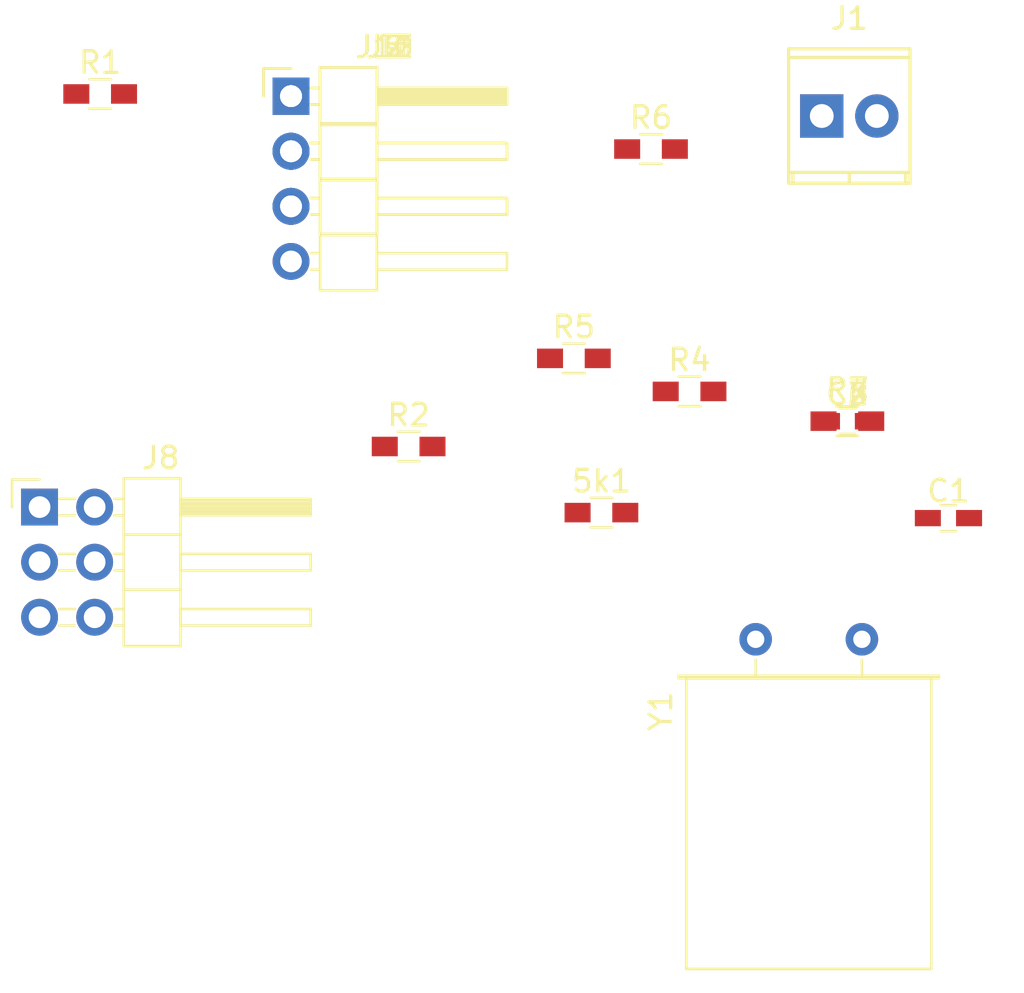
<source format=kicad_pcb>
(kicad_pcb (version 4) (host pcbnew 4.0.6)

  (general
    (links 39)
    (no_connects 26)
    (area 141.618718 99.52772 161.676101 121.528601)
    (thickness 1.6)
    (drawings 0)
    (tracks 0)
    (zones 0)
    (modules 25)
    (nets 19)
  )

  (page A4)
  (layers
    (0 F.Cu signal)
    (31 B.Cu signal)
    (32 B.Adhes user)
    (33 F.Adhes user)
    (34 B.Paste user)
    (35 F.Paste user)
    (36 B.SilkS user)
    (37 F.SilkS user)
    (38 B.Mask user)
    (39 F.Mask user)
    (40 Dwgs.User user)
    (41 Cmts.User user)
    (42 Eco1.User user)
    (43 Eco2.User user)
    (44 Edge.Cuts user)
    (45 Margin user)
    (46 B.CrtYd user)
    (47 F.CrtYd user)
    (48 B.Fab user)
    (49 F.Fab user)
  )

  (setup
    (last_trace_width 0.25)
    (trace_clearance 0.2)
    (zone_clearance 0.508)
    (zone_45_only no)
    (trace_min 0.2)
    (segment_width 0.2)
    (edge_width 0.15)
    (via_size 0.6)
    (via_drill 0.4)
    (via_min_size 0.4)
    (via_min_drill 0.3)
    (uvia_size 0.3)
    (uvia_drill 0.1)
    (uvias_allowed no)
    (uvia_min_size 0.2)
    (uvia_min_drill 0.1)
    (pcb_text_width 0.3)
    (pcb_text_size 1.5 1.5)
    (mod_edge_width 0.15)
    (mod_text_size 1 1)
    (mod_text_width 0.15)
    (pad_size 1.524 1.524)
    (pad_drill 0.762)
    (pad_to_mask_clearance 0.2)
    (aux_axis_origin 0 0)
    (visible_elements FFFFFF7F)
    (pcbplotparams
      (layerselection 0x00030_80000001)
      (usegerberextensions false)
      (excludeedgelayer true)
      (linewidth 0.100000)
      (plotframeref false)
      (viasonmask false)
      (mode 1)
      (useauxorigin false)
      (hpglpennumber 1)
      (hpglpenspeed 20)
      (hpglpendiameter 15)
      (hpglpenoverlay 2)
      (psnegative false)
      (psa4output false)
      (plotreference true)
      (plotvalue true)
      (plotinvisibletext false)
      (padsonsilk false)
      (subtractmaskfromsilk false)
      (outputformat 1)
      (mirror false)
      (drillshape 1)
      (scaleselection 1)
      (outputdirectory ""))
  )

  (net 0 "")
  (net 1 +5V)
  (net 2 "Net-(5k1-Pad2)")
  (net 3 GND)
  (net 4 "Net-(C3-Pad1)")
  (net 5 "Net-(C4-Pad1)")
  (net 6 "Net-(J5-Pad3)")
  (net 7 "Net-(J5-Pad4)")
  (net 8 "Net-(J6-Pad1)")
  (net 9 "Net-(J6-Pad3)")
  (net 10 "Net-(D4-Pad4)")
  (net 11 "Net-(J8-Pad1)")
  (net 12 "Net-(J8-Pad3)")
  (net 13 "Net-(J8-Pad4)")
  (net 14 "Net-(J2-Pad2)")
  (net 15 "Net-(J9-Pad1)")
  (net 16 "Net-(J10-Pad1)")
  (net 17 "Net-(J11-Pad1)")
  (net 18 "Net-(J12-Pad1)")

  (net_class Default "Dies ist die voreingestellte Netzklasse."
    (clearance 0.2)
    (trace_width 0.25)
    (via_dia 0.6)
    (via_drill 0.4)
    (uvia_dia 0.3)
    (uvia_drill 0.1)
    (add_net +5V)
    (add_net GND)
    (add_net "Net-(5k1-Pad2)")
    (add_net "Net-(C3-Pad1)")
    (add_net "Net-(C4-Pad1)")
    (add_net "Net-(D4-Pad4)")
    (add_net "Net-(J10-Pad1)")
    (add_net "Net-(J11-Pad1)")
    (add_net "Net-(J12-Pad1)")
    (add_net "Net-(J2-Pad2)")
    (add_net "Net-(J5-Pad3)")
    (add_net "Net-(J5-Pad4)")
    (add_net "Net-(J6-Pad1)")
    (add_net "Net-(J6-Pad3)")
    (add_net "Net-(J8-Pad1)")
    (add_net "Net-(J8-Pad3)")
    (add_net "Net-(J8-Pad4)")
    (add_net "Net-(J9-Pad1)")
  )

  (module Resistors_SMD:R_0603_HandSoldering (layer F.Cu) (tedit 58E0A804) (tstamp 59332378)
    (at 137.16 109.22)
    (descr "Resistor SMD 0603, hand soldering")
    (tags "resistor 0603")
    (path /5932D3F9)
    (attr smd)
    (fp_text reference 5k1 (at 0 -1.45) (layer F.SilkS)
      (effects (font (size 1 1) (thickness 0.15)))
    )
    (fp_text value R (at 0 1.55) (layer F.Fab)
      (effects (font (size 1 1) (thickness 0.15)))
    )
    (fp_text user %R (at 0 0) (layer F.Fab)
      (effects (font (size 0.5 0.5) (thickness 0.075)))
    )
    (fp_line (start -0.8 0.4) (end -0.8 -0.4) (layer F.Fab) (width 0.1))
    (fp_line (start 0.8 0.4) (end -0.8 0.4) (layer F.Fab) (width 0.1))
    (fp_line (start 0.8 -0.4) (end 0.8 0.4) (layer F.Fab) (width 0.1))
    (fp_line (start -0.8 -0.4) (end 0.8 -0.4) (layer F.Fab) (width 0.1))
    (fp_line (start 0.5 0.68) (end -0.5 0.68) (layer F.SilkS) (width 0.12))
    (fp_line (start -0.5 -0.68) (end 0.5 -0.68) (layer F.SilkS) (width 0.12))
    (fp_line (start -1.96 -0.7) (end 1.95 -0.7) (layer F.CrtYd) (width 0.05))
    (fp_line (start -1.96 -0.7) (end -1.96 0.7) (layer F.CrtYd) (width 0.05))
    (fp_line (start 1.95 0.7) (end 1.95 -0.7) (layer F.CrtYd) (width 0.05))
    (fp_line (start 1.95 0.7) (end -1.96 0.7) (layer F.CrtYd) (width 0.05))
    (pad 1 smd rect (at -1.1 0) (size 1.2 0.9) (layers F.Cu F.Paste F.Mask)
      (net 1 +5V))
    (pad 2 smd rect (at 1.1 0) (size 1.2 0.9) (layers F.Cu F.Paste F.Mask)
      (net 2 "Net-(5k1-Pad2)"))
    (model ${KISYS3DMOD}/Resistors_SMD.3dshapes/R_0603.wrl
      (at (xyz 0 0 0))
      (scale (xyz 1 1 1))
      (rotate (xyz 0 0 0))
    )
  )

  (module Capacitors_SMD:C_0603_HandSoldering (layer F.Cu) (tedit 58AA848B) (tstamp 59332389)
    (at 153.162 109.474)
    (descr "Capacitor SMD 0603, hand soldering")
    (tags "capacitor 0603")
    (path /5931CA1A)
    (attr smd)
    (fp_text reference C1 (at 0 -1.25) (layer F.SilkS)
      (effects (font (size 1 1) (thickness 0.15)))
    )
    (fp_text value C (at 0 1.5) (layer F.Fab)
      (effects (font (size 1 1) (thickness 0.15)))
    )
    (fp_text user %R (at 0 -1.25) (layer F.Fab)
      (effects (font (size 1 1) (thickness 0.15)))
    )
    (fp_line (start -0.8 0.4) (end -0.8 -0.4) (layer F.Fab) (width 0.1))
    (fp_line (start 0.8 0.4) (end -0.8 0.4) (layer F.Fab) (width 0.1))
    (fp_line (start 0.8 -0.4) (end 0.8 0.4) (layer F.Fab) (width 0.1))
    (fp_line (start -0.8 -0.4) (end 0.8 -0.4) (layer F.Fab) (width 0.1))
    (fp_line (start -0.35 -0.6) (end 0.35 -0.6) (layer F.SilkS) (width 0.12))
    (fp_line (start 0.35 0.6) (end -0.35 0.6) (layer F.SilkS) (width 0.12))
    (fp_line (start -1.8 -0.65) (end 1.8 -0.65) (layer F.CrtYd) (width 0.05))
    (fp_line (start -1.8 -0.65) (end -1.8 0.65) (layer F.CrtYd) (width 0.05))
    (fp_line (start 1.8 0.65) (end 1.8 -0.65) (layer F.CrtYd) (width 0.05))
    (fp_line (start 1.8 0.65) (end -1.8 0.65) (layer F.CrtYd) (width 0.05))
    (pad 1 smd rect (at -0.95 0) (size 1.2 0.75) (layers F.Cu F.Paste F.Mask)
      (net 1 +5V))
    (pad 2 smd rect (at 0.95 0) (size 1.2 0.75) (layers F.Cu F.Paste F.Mask)
      (net 3 GND))
    (model Capacitors_SMD.3dshapes/C_0603.wrl
      (at (xyz 0 0 0))
      (scale (xyz 1 1 1))
      (rotate (xyz 0 0 0))
    )
  )

  (module Capacitors_SMD:C_0603_HandSoldering (layer F.Cu) (tedit 58AA848B) (tstamp 5933239A)
    (at 148.5011 105.0036)
    (descr "Capacitor SMD 0603, hand soldering")
    (tags "capacitor 0603")
    (path /5931CAD9)
    (attr smd)
    (fp_text reference C2 (at 0 -1.25) (layer F.SilkS)
      (effects (font (size 1 1) (thickness 0.15)))
    )
    (fp_text value C (at 0 1.5) (layer F.Fab)
      (effects (font (size 1 1) (thickness 0.15)))
    )
    (fp_text user %R (at 0 -1.25) (layer F.Fab)
      (effects (font (size 1 1) (thickness 0.15)))
    )
    (fp_line (start -0.8 0.4) (end -0.8 -0.4) (layer F.Fab) (width 0.1))
    (fp_line (start 0.8 0.4) (end -0.8 0.4) (layer F.Fab) (width 0.1))
    (fp_line (start 0.8 -0.4) (end 0.8 0.4) (layer F.Fab) (width 0.1))
    (fp_line (start -0.8 -0.4) (end 0.8 -0.4) (layer F.Fab) (width 0.1))
    (fp_line (start -0.35 -0.6) (end 0.35 -0.6) (layer F.SilkS) (width 0.12))
    (fp_line (start 0.35 0.6) (end -0.35 0.6) (layer F.SilkS) (width 0.12))
    (fp_line (start -1.8 -0.65) (end 1.8 -0.65) (layer F.CrtYd) (width 0.05))
    (fp_line (start -1.8 -0.65) (end -1.8 0.65) (layer F.CrtYd) (width 0.05))
    (fp_line (start 1.8 0.65) (end 1.8 -0.65) (layer F.CrtYd) (width 0.05))
    (fp_line (start 1.8 0.65) (end -1.8 0.65) (layer F.CrtYd) (width 0.05))
    (pad 1 smd rect (at -0.95 0) (size 1.2 0.75) (layers F.Cu F.Paste F.Mask)
      (net 1 +5V))
    (pad 2 smd rect (at 0.95 0) (size 1.2 0.75) (layers F.Cu F.Paste F.Mask)
      (net 3 GND))
    (model Capacitors_SMD.3dshapes/C_0603.wrl
      (at (xyz 0 0 0))
      (scale (xyz 1 1 1))
      (rotate (xyz 0 0 0))
    )
  )

  (module Capacitors_SMD:C_0603_HandSoldering (layer F.Cu) (tedit 58AA848B) (tstamp 593323AB)
    (at 148.5011 105.0036)
    (descr "Capacitor SMD 0603, hand soldering")
    (tags "capacitor 0603")
    (path /5931C85C)
    (attr smd)
    (fp_text reference C3 (at 0 -1.25) (layer F.SilkS)
      (effects (font (size 1 1) (thickness 0.15)))
    )
    (fp_text value C (at 0 1.5) (layer F.Fab)
      (effects (font (size 1 1) (thickness 0.15)))
    )
    (fp_text user %R (at 0 -1.25) (layer F.Fab)
      (effects (font (size 1 1) (thickness 0.15)))
    )
    (fp_line (start -0.8 0.4) (end -0.8 -0.4) (layer F.Fab) (width 0.1))
    (fp_line (start 0.8 0.4) (end -0.8 0.4) (layer F.Fab) (width 0.1))
    (fp_line (start 0.8 -0.4) (end 0.8 0.4) (layer F.Fab) (width 0.1))
    (fp_line (start -0.8 -0.4) (end 0.8 -0.4) (layer F.Fab) (width 0.1))
    (fp_line (start -0.35 -0.6) (end 0.35 -0.6) (layer F.SilkS) (width 0.12))
    (fp_line (start 0.35 0.6) (end -0.35 0.6) (layer F.SilkS) (width 0.12))
    (fp_line (start -1.8 -0.65) (end 1.8 -0.65) (layer F.CrtYd) (width 0.05))
    (fp_line (start -1.8 -0.65) (end -1.8 0.65) (layer F.CrtYd) (width 0.05))
    (fp_line (start 1.8 0.65) (end 1.8 -0.65) (layer F.CrtYd) (width 0.05))
    (fp_line (start 1.8 0.65) (end -1.8 0.65) (layer F.CrtYd) (width 0.05))
    (pad 1 smd rect (at -0.95 0) (size 1.2 0.75) (layers F.Cu F.Paste F.Mask)
      (net 4 "Net-(C3-Pad1)"))
    (pad 2 smd rect (at 0.95 0) (size 1.2 0.75) (layers F.Cu F.Paste F.Mask)
      (net 3 GND))
    (model Capacitors_SMD.3dshapes/C_0603.wrl
      (at (xyz 0 0 0))
      (scale (xyz 1 1 1))
      (rotate (xyz 0 0 0))
    )
  )

  (module Capacitors_SMD:C_0603_HandSoldering (layer F.Cu) (tedit 58AA848B) (tstamp 593323BC)
    (at 148.5011 105.0036)
    (descr "Capacitor SMD 0603, hand soldering")
    (tags "capacitor 0603")
    (path /5931C8C9)
    (attr smd)
    (fp_text reference C4 (at 0 -1.25) (layer F.SilkS)
      (effects (font (size 1 1) (thickness 0.15)))
    )
    (fp_text value C (at 0 1.5) (layer F.Fab)
      (effects (font (size 1 1) (thickness 0.15)))
    )
    (fp_text user %R (at 0 -1.25) (layer F.Fab)
      (effects (font (size 1 1) (thickness 0.15)))
    )
    (fp_line (start -0.8 0.4) (end -0.8 -0.4) (layer F.Fab) (width 0.1))
    (fp_line (start 0.8 0.4) (end -0.8 0.4) (layer F.Fab) (width 0.1))
    (fp_line (start 0.8 -0.4) (end 0.8 0.4) (layer F.Fab) (width 0.1))
    (fp_line (start -0.8 -0.4) (end 0.8 -0.4) (layer F.Fab) (width 0.1))
    (fp_line (start -0.35 -0.6) (end 0.35 -0.6) (layer F.SilkS) (width 0.12))
    (fp_line (start 0.35 0.6) (end -0.35 0.6) (layer F.SilkS) (width 0.12))
    (fp_line (start -1.8 -0.65) (end 1.8 -0.65) (layer F.CrtYd) (width 0.05))
    (fp_line (start -1.8 -0.65) (end -1.8 0.65) (layer F.CrtYd) (width 0.05))
    (fp_line (start 1.8 0.65) (end 1.8 -0.65) (layer F.CrtYd) (width 0.05))
    (fp_line (start 1.8 0.65) (end -1.8 0.65) (layer F.CrtYd) (width 0.05))
    (pad 1 smd rect (at -0.95 0) (size 1.2 0.75) (layers F.Cu F.Paste F.Mask)
      (net 5 "Net-(C4-Pad1)"))
    (pad 2 smd rect (at 0.95 0) (size 1.2 0.75) (layers F.Cu F.Paste F.Mask)
      (net 3 GND))
    (model Capacitors_SMD.3dshapes/C_0603.wrl
      (at (xyz 0 0 0))
      (scale (xyz 1 1 1))
      (rotate (xyz 0 0 0))
    )
  )

  (module Capacitors_SMD:C_0603_HandSoldering (layer F.Cu) (tedit 58AA848B) (tstamp 593323CD)
    (at 148.5011 105.0036)
    (descr "Capacitor SMD 0603, hand soldering")
    (tags "capacitor 0603")
    (path /5933A758)
    (attr smd)
    (fp_text reference C5 (at 0 -1.25) (layer F.SilkS)
      (effects (font (size 1 1) (thickness 0.15)))
    )
    (fp_text value C (at 0 1.5) (layer F.Fab)
      (effects (font (size 1 1) (thickness 0.15)))
    )
    (fp_text user %R (at 0 -1.25) (layer F.Fab)
      (effects (font (size 1 1) (thickness 0.15)))
    )
    (fp_line (start -0.8 0.4) (end -0.8 -0.4) (layer F.Fab) (width 0.1))
    (fp_line (start 0.8 0.4) (end -0.8 0.4) (layer F.Fab) (width 0.1))
    (fp_line (start 0.8 -0.4) (end 0.8 0.4) (layer F.Fab) (width 0.1))
    (fp_line (start -0.8 -0.4) (end 0.8 -0.4) (layer F.Fab) (width 0.1))
    (fp_line (start -0.35 -0.6) (end 0.35 -0.6) (layer F.SilkS) (width 0.12))
    (fp_line (start 0.35 0.6) (end -0.35 0.6) (layer F.SilkS) (width 0.12))
    (fp_line (start -1.8 -0.65) (end 1.8 -0.65) (layer F.CrtYd) (width 0.05))
    (fp_line (start -1.8 -0.65) (end -1.8 0.65) (layer F.CrtYd) (width 0.05))
    (fp_line (start 1.8 0.65) (end 1.8 -0.65) (layer F.CrtYd) (width 0.05))
    (fp_line (start 1.8 0.65) (end -1.8 0.65) (layer F.CrtYd) (width 0.05))
    (pad 1 smd rect (at -0.95 0) (size 1.2 0.75) (layers F.Cu F.Paste F.Mask)
      (net 1 +5V))
    (pad 2 smd rect (at 0.95 0) (size 1.2 0.75) (layers F.Cu F.Paste F.Mask)
      (net 3 GND))
    (model Capacitors_SMD.3dshapes/C_0603.wrl
      (at (xyz 0 0 0))
      (scale (xyz 1 1 1))
      (rotate (xyz 0 0 0))
    )
  )

  (module Capacitors_SMD:C_0603_HandSoldering (layer F.Cu) (tedit 58AA848B) (tstamp 593323DE)
    (at 148.5011 105.0036)
    (descr "Capacitor SMD 0603, hand soldering")
    (tags "capacitor 0603")
    (path /5933A81C)
    (attr smd)
    (fp_text reference C6 (at 0 -1.25) (layer F.SilkS)
      (effects (font (size 1 1) (thickness 0.15)))
    )
    (fp_text value C (at 0 1.5) (layer F.Fab)
      (effects (font (size 1 1) (thickness 0.15)))
    )
    (fp_text user %R (at 0 -1.25) (layer F.Fab)
      (effects (font (size 1 1) (thickness 0.15)))
    )
    (fp_line (start -0.8 0.4) (end -0.8 -0.4) (layer F.Fab) (width 0.1))
    (fp_line (start 0.8 0.4) (end -0.8 0.4) (layer F.Fab) (width 0.1))
    (fp_line (start 0.8 -0.4) (end 0.8 0.4) (layer F.Fab) (width 0.1))
    (fp_line (start -0.8 -0.4) (end 0.8 -0.4) (layer F.Fab) (width 0.1))
    (fp_line (start -0.35 -0.6) (end 0.35 -0.6) (layer F.SilkS) (width 0.12))
    (fp_line (start 0.35 0.6) (end -0.35 0.6) (layer F.SilkS) (width 0.12))
    (fp_line (start -1.8 -0.65) (end 1.8 -0.65) (layer F.CrtYd) (width 0.05))
    (fp_line (start -1.8 -0.65) (end -1.8 0.65) (layer F.CrtYd) (width 0.05))
    (fp_line (start 1.8 0.65) (end 1.8 -0.65) (layer F.CrtYd) (width 0.05))
    (fp_line (start 1.8 0.65) (end -1.8 0.65) (layer F.CrtYd) (width 0.05))
    (pad 1 smd rect (at -0.95 0) (size 1.2 0.75) (layers F.Cu F.Paste F.Mask)
      (net 1 +5V))
    (pad 2 smd rect (at 0.95 0) (size 1.2 0.75) (layers F.Cu F.Paste F.Mask)
      (net 3 GND))
    (model Capacitors_SMD.3dshapes/C_0603.wrl
      (at (xyz 0 0 0))
      (scale (xyz 1 1 1))
      (rotate (xyz 0 0 0))
    )
  )

  (module Connectors_Terminal_Blocks:TerminalBlock_Pheonix_MPT-2.54mm_2pol (layer F.Cu) (tedit 0) (tstamp 593323F1)
    (at 147.32 90.932)
    (descr "2-way 2.54mm pitch terminal block, Phoenix MPT series")
    (path /5931C4B0)
    (fp_text reference J1 (at 1.27 -4.50088) (layer F.SilkS)
      (effects (font (size 1 1) (thickness 0.15)))
    )
    (fp_text value Screw_Terminal_1x02 (at 1.27 4.50088) (layer F.Fab)
      (effects (font (size 1 1) (thickness 0.15)))
    )
    (fp_line (start -1.7 -3.3) (end 4.3 -3.3) (layer F.CrtYd) (width 0.05))
    (fp_line (start -1.7 3.3) (end -1.7 -3.3) (layer F.CrtYd) (width 0.05))
    (fp_line (start 4.3 3.3) (end -1.7 3.3) (layer F.CrtYd) (width 0.05))
    (fp_line (start 4.3 -3.3) (end 4.3 3.3) (layer F.CrtYd) (width 0.05))
    (fp_line (start 4.06908 2.60096) (end -1.52908 2.60096) (layer F.SilkS) (width 0.15))
    (fp_line (start -1.33096 3.0988) (end -1.33096 2.60096) (layer F.SilkS) (width 0.15))
    (fp_line (start 3.87096 2.60096) (end 3.87096 3.0988) (layer F.SilkS) (width 0.15))
    (fp_line (start 1.27 3.0988) (end 1.27 2.60096) (layer F.SilkS) (width 0.15))
    (fp_line (start -1.52908 -2.70002) (end 4.06908 -2.70002) (layer F.SilkS) (width 0.15))
    (fp_line (start -1.52908 3.0988) (end 4.06908 3.0988) (layer F.SilkS) (width 0.15))
    (fp_line (start 4.06908 3.0988) (end 4.06908 -3.0988) (layer F.SilkS) (width 0.15))
    (fp_line (start 4.06908 -3.0988) (end -1.52908 -3.0988) (layer F.SilkS) (width 0.15))
    (fp_line (start -1.52908 -3.0988) (end -1.52908 3.0988) (layer F.SilkS) (width 0.15))
    (pad 2 thru_hole oval (at 2.54 0) (size 1.99898 1.99898) (drill 1.09728) (layers *.Cu *.Mask)
      (net 3 GND))
    (pad 1 thru_hole rect (at 0 0) (size 1.99898 1.99898) (drill 1.09728) (layers *.Cu *.Mask)
      (net 1 +5V))
    (model Terminal_Blocks.3dshapes/TerminalBlock_Pheonix_MPT-2.54mm_2pol.wrl
      (at (xyz 0.05 0 0))
      (scale (xyz 1 1 1))
      (rotate (xyz 0 0 0))
    )
  )

  (module Pin_Headers:Pin_Header_Angled_1x01_Pitch2.54mm (layer F.Cu) (tedit 58CD4EC1) (tstamp 59332419)
    (at 122.8471 90.0176)
    (descr "Through hole angled pin header, 1x01, 2.54mm pitch, 6mm pin length, single row")
    (tags "Through hole angled pin header THT 1x01 2.54mm single row")
    (path /5931CB57)
    (fp_text reference J2 (at 4.315 -2.27) (layer F.SilkS)
      (effects (font (size 1 1) (thickness 0.15)))
    )
    (fp_text value CONN_01X02 (at 4.315 2.27) (layer F.Fab)
      (effects (font (size 1 1) (thickness 0.15)))
    )
    (fp_line (start 1.4 -1.27) (end 1.4 1.27) (layer F.Fab) (width 0.1))
    (fp_line (start 1.4 1.27) (end 3.9 1.27) (layer F.Fab) (width 0.1))
    (fp_line (start 3.9 1.27) (end 3.9 -1.27) (layer F.Fab) (width 0.1))
    (fp_line (start 3.9 -1.27) (end 1.4 -1.27) (layer F.Fab) (width 0.1))
    (fp_line (start 0 -0.32) (end 0 0.32) (layer F.Fab) (width 0.1))
    (fp_line (start 0 0.32) (end 9.9 0.32) (layer F.Fab) (width 0.1))
    (fp_line (start 9.9 0.32) (end 9.9 -0.32) (layer F.Fab) (width 0.1))
    (fp_line (start 9.9 -0.32) (end 0 -0.32) (layer F.Fab) (width 0.1))
    (fp_line (start 1.34 -1.33) (end 1.34 1.33) (layer F.SilkS) (width 0.12))
    (fp_line (start 1.34 1.33) (end 3.96 1.33) (layer F.SilkS) (width 0.12))
    (fp_line (start 3.96 1.33) (end 3.96 -1.33) (layer F.SilkS) (width 0.12))
    (fp_line (start 3.96 -1.33) (end 1.34 -1.33) (layer F.SilkS) (width 0.12))
    (fp_line (start 1.34 -1.33) (end 1.34 1.27) (layer F.SilkS) (width 0.12))
    (fp_line (start 1.34 1.27) (end 3.96 1.27) (layer F.SilkS) (width 0.12))
    (fp_line (start 3.96 1.27) (end 3.96 -1.33) (layer F.SilkS) (width 0.12))
    (fp_line (start 3.96 -1.33) (end 1.34 -1.33) (layer F.SilkS) (width 0.12))
    (fp_line (start 3.96 -0.38) (end 3.96 0.38) (layer F.SilkS) (width 0.12))
    (fp_line (start 3.96 0.38) (end 9.96 0.38) (layer F.SilkS) (width 0.12))
    (fp_line (start 9.96 0.38) (end 9.96 -0.38) (layer F.SilkS) (width 0.12))
    (fp_line (start 9.96 -0.38) (end 3.96 -0.38) (layer F.SilkS) (width 0.12))
    (fp_line (start 0.91 -0.38) (end 1.34 -0.38) (layer F.SilkS) (width 0.12))
    (fp_line (start 0.91 0.38) (end 1.34 0.38) (layer F.SilkS) (width 0.12))
    (fp_line (start 3.96 -0.26) (end 9.96 -0.26) (layer F.SilkS) (width 0.12))
    (fp_line (start 3.96 -0.14) (end 9.96 -0.14) (layer F.SilkS) (width 0.12))
    (fp_line (start 3.96 -0.02) (end 9.96 -0.02) (layer F.SilkS) (width 0.12))
    (fp_line (start 3.96 0.1) (end 9.96 0.1) (layer F.SilkS) (width 0.12))
    (fp_line (start 3.96 0.22) (end 9.96 0.22) (layer F.SilkS) (width 0.12))
    (fp_line (start 3.96 0.34) (end 9.96 0.34) (layer F.SilkS) (width 0.12))
    (fp_line (start -1.27 0) (end -1.27 -1.27) (layer F.SilkS) (width 0.12))
    (fp_line (start -1.27 -1.27) (end 0 -1.27) (layer F.SilkS) (width 0.12))
    (fp_line (start -1.8 -1.8) (end -1.8 1.8) (layer F.CrtYd) (width 0.05))
    (fp_line (start -1.8 1.8) (end 10.4 1.8) (layer F.CrtYd) (width 0.05))
    (fp_line (start 10.4 1.8) (end 10.4 -1.8) (layer F.CrtYd) (width 0.05))
    (fp_line (start 10.4 -1.8) (end -1.8 -1.8) (layer F.CrtYd) (width 0.05))
    (fp_text user %R (at 4.315 -2.27) (layer F.Fab)
      (effects (font (size 1 1) (thickness 0.15)))
    )
    (pad 1 thru_hole rect (at 0 0) (size 1.7 1.7) (drill 1) (layers *.Cu *.Mask)
      (net 3 GND))
    (model ${KISYS3DMOD}/Pin_Headers.3dshapes/Pin_Header_Angled_1x01_Pitch2.54mm.wrl
      (at (xyz 0 0 0))
      (scale (xyz 1 1 1))
      (rotate (xyz 0 0 90))
    )
  )

  (module Pin_Headers:Pin_Header_Angled_1x04_Pitch2.54mm (layer F.Cu) (tedit 58CD4EC1) (tstamp 59332476)
    (at 122.8471 90.0176)
    (descr "Through hole angled pin header, 1x04, 2.54mm pitch, 6mm pin length, single row")
    (tags "Through hole angled pin header THT 1x04 2.54mm single row")
    (path /5931D264)
    (fp_text reference J5 (at 4.315 -2.27) (layer F.SilkS)
      (effects (font (size 1 1) (thickness 0.15)))
    )
    (fp_text value CONN_01X04 (at 4.315 9.89) (layer F.Fab)
      (effects (font (size 1 1) (thickness 0.15)))
    )
    (fp_line (start 1.4 -1.27) (end 1.4 1.27) (layer F.Fab) (width 0.1))
    (fp_line (start 1.4 1.27) (end 3.9 1.27) (layer F.Fab) (width 0.1))
    (fp_line (start 3.9 1.27) (end 3.9 -1.27) (layer F.Fab) (width 0.1))
    (fp_line (start 3.9 -1.27) (end 1.4 -1.27) (layer F.Fab) (width 0.1))
    (fp_line (start 0 -0.32) (end 0 0.32) (layer F.Fab) (width 0.1))
    (fp_line (start 0 0.32) (end 9.9 0.32) (layer F.Fab) (width 0.1))
    (fp_line (start 9.9 0.32) (end 9.9 -0.32) (layer F.Fab) (width 0.1))
    (fp_line (start 9.9 -0.32) (end 0 -0.32) (layer F.Fab) (width 0.1))
    (fp_line (start 1.4 1.27) (end 1.4 3.81) (layer F.Fab) (width 0.1))
    (fp_line (start 1.4 3.81) (end 3.9 3.81) (layer F.Fab) (width 0.1))
    (fp_line (start 3.9 3.81) (end 3.9 1.27) (layer F.Fab) (width 0.1))
    (fp_line (start 3.9 1.27) (end 1.4 1.27) (layer F.Fab) (width 0.1))
    (fp_line (start 0 2.22) (end 0 2.86) (layer F.Fab) (width 0.1))
    (fp_line (start 0 2.86) (end 9.9 2.86) (layer F.Fab) (width 0.1))
    (fp_line (start 9.9 2.86) (end 9.9 2.22) (layer F.Fab) (width 0.1))
    (fp_line (start 9.9 2.22) (end 0 2.22) (layer F.Fab) (width 0.1))
    (fp_line (start 1.4 3.81) (end 1.4 6.35) (layer F.Fab) (width 0.1))
    (fp_line (start 1.4 6.35) (end 3.9 6.35) (layer F.Fab) (width 0.1))
    (fp_line (start 3.9 6.35) (end 3.9 3.81) (layer F.Fab) (width 0.1))
    (fp_line (start 3.9 3.81) (end 1.4 3.81) (layer F.Fab) (width 0.1))
    (fp_line (start 0 4.76) (end 0 5.4) (layer F.Fab) (width 0.1))
    (fp_line (start 0 5.4) (end 9.9 5.4) (layer F.Fab) (width 0.1))
    (fp_line (start 9.9 5.4) (end 9.9 4.76) (layer F.Fab) (width 0.1))
    (fp_line (start 9.9 4.76) (end 0 4.76) (layer F.Fab) (width 0.1))
    (fp_line (start 1.4 6.35) (end 1.4 8.89) (layer F.Fab) (width 0.1))
    (fp_line (start 1.4 8.89) (end 3.9 8.89) (layer F.Fab) (width 0.1))
    (fp_line (start 3.9 8.89) (end 3.9 6.35) (layer F.Fab) (width 0.1))
    (fp_line (start 3.9 6.35) (end 1.4 6.35) (layer F.Fab) (width 0.1))
    (fp_line (start 0 7.3) (end 0 7.94) (layer F.Fab) (width 0.1))
    (fp_line (start 0 7.94) (end 9.9 7.94) (layer F.Fab) (width 0.1))
    (fp_line (start 9.9 7.94) (end 9.9 7.3) (layer F.Fab) (width 0.1))
    (fp_line (start 9.9 7.3) (end 0 7.3) (layer F.Fab) (width 0.1))
    (fp_line (start 1.34 -1.33) (end 1.34 1.27) (layer F.SilkS) (width 0.12))
    (fp_line (start 1.34 1.27) (end 3.96 1.27) (layer F.SilkS) (width 0.12))
    (fp_line (start 3.96 1.27) (end 3.96 -1.33) (layer F.SilkS) (width 0.12))
    (fp_line (start 3.96 -1.33) (end 1.34 -1.33) (layer F.SilkS) (width 0.12))
    (fp_line (start 3.96 -0.38) (end 3.96 0.38) (layer F.SilkS) (width 0.12))
    (fp_line (start 3.96 0.38) (end 9.96 0.38) (layer F.SilkS) (width 0.12))
    (fp_line (start 9.96 0.38) (end 9.96 -0.38) (layer F.SilkS) (width 0.12))
    (fp_line (start 9.96 -0.38) (end 3.96 -0.38) (layer F.SilkS) (width 0.12))
    (fp_line (start 0.91 -0.38) (end 1.34 -0.38) (layer F.SilkS) (width 0.12))
    (fp_line (start 0.91 0.38) (end 1.34 0.38) (layer F.SilkS) (width 0.12))
    (fp_line (start 3.96 -0.26) (end 9.96 -0.26) (layer F.SilkS) (width 0.12))
    (fp_line (start 3.96 -0.14) (end 9.96 -0.14) (layer F.SilkS) (width 0.12))
    (fp_line (start 3.96 -0.02) (end 9.96 -0.02) (layer F.SilkS) (width 0.12))
    (fp_line (start 3.96 0.1) (end 9.96 0.1) (layer F.SilkS) (width 0.12))
    (fp_line (start 3.96 0.22) (end 9.96 0.22) (layer F.SilkS) (width 0.12))
    (fp_line (start 3.96 0.34) (end 9.96 0.34) (layer F.SilkS) (width 0.12))
    (fp_line (start 1.34 1.27) (end 1.34 3.81) (layer F.SilkS) (width 0.12))
    (fp_line (start 1.34 3.81) (end 3.96 3.81) (layer F.SilkS) (width 0.12))
    (fp_line (start 3.96 3.81) (end 3.96 1.27) (layer F.SilkS) (width 0.12))
    (fp_line (start 3.96 1.27) (end 1.34 1.27) (layer F.SilkS) (width 0.12))
    (fp_line (start 3.96 2.16) (end 3.96 2.92) (layer F.SilkS) (width 0.12))
    (fp_line (start 3.96 2.92) (end 9.96 2.92) (layer F.SilkS) (width 0.12))
    (fp_line (start 9.96 2.92) (end 9.96 2.16) (layer F.SilkS) (width 0.12))
    (fp_line (start 9.96 2.16) (end 3.96 2.16) (layer F.SilkS) (width 0.12))
    (fp_line (start 0.91 2.16) (end 1.34 2.16) (layer F.SilkS) (width 0.12))
    (fp_line (start 0.91 2.92) (end 1.34 2.92) (layer F.SilkS) (width 0.12))
    (fp_line (start 1.34 3.81) (end 1.34 6.35) (layer F.SilkS) (width 0.12))
    (fp_line (start 1.34 6.35) (end 3.96 6.35) (layer F.SilkS) (width 0.12))
    (fp_line (start 3.96 6.35) (end 3.96 3.81) (layer F.SilkS) (width 0.12))
    (fp_line (start 3.96 3.81) (end 1.34 3.81) (layer F.SilkS) (width 0.12))
    (fp_line (start 3.96 4.7) (end 3.96 5.46) (layer F.SilkS) (width 0.12))
    (fp_line (start 3.96 5.46) (end 9.96 5.46) (layer F.SilkS) (width 0.12))
    (fp_line (start 9.96 5.46) (end 9.96 4.7) (layer F.SilkS) (width 0.12))
    (fp_line (start 9.96 4.7) (end 3.96 4.7) (layer F.SilkS) (width 0.12))
    (fp_line (start 0.91 4.7) (end 1.34 4.7) (layer F.SilkS) (width 0.12))
    (fp_line (start 0.91 5.46) (end 1.34 5.46) (layer F.SilkS) (width 0.12))
    (fp_line (start 1.34 6.35) (end 1.34 8.95) (layer F.SilkS) (width 0.12))
    (fp_line (start 1.34 8.95) (end 3.96 8.95) (layer F.SilkS) (width 0.12))
    (fp_line (start 3.96 8.95) (end 3.96 6.35) (layer F.SilkS) (width 0.12))
    (fp_line (start 3.96 6.35) (end 1.34 6.35) (layer F.SilkS) (width 0.12))
    (fp_line (start 3.96 7.24) (end 3.96 8) (layer F.SilkS) (width 0.12))
    (fp_line (start 3.96 8) (end 9.96 8) (layer F.SilkS) (width 0.12))
    (fp_line (start 9.96 8) (end 9.96 7.24) (layer F.SilkS) (width 0.12))
    (fp_line (start 9.96 7.24) (end 3.96 7.24) (layer F.SilkS) (width 0.12))
    (fp_line (start 0.91 7.24) (end 1.34 7.24) (layer F.SilkS) (width 0.12))
    (fp_line (start 0.91 8) (end 1.34 8) (layer F.SilkS) (width 0.12))
    (fp_line (start -1.27 0) (end -1.27 -1.27) (layer F.SilkS) (width 0.12))
    (fp_line (start -1.27 -1.27) (end 0 -1.27) (layer F.SilkS) (width 0.12))
    (fp_line (start -1.8 -1.8) (end -1.8 9.4) (layer F.CrtYd) (width 0.05))
    (fp_line (start -1.8 9.4) (end 10.4 9.4) (layer F.CrtYd) (width 0.05))
    (fp_line (start 10.4 9.4) (end 10.4 -1.8) (layer F.CrtYd) (width 0.05))
    (fp_line (start 10.4 -1.8) (end -1.8 -1.8) (layer F.CrtYd) (width 0.05))
    (fp_text user %R (at 4.315 -2.27) (layer F.Fab)
      (effects (font (size 1 1) (thickness 0.15)))
    )
    (pad 1 thru_hole rect (at 0 0) (size 1.7 1.7) (drill 1) (layers *.Cu *.Mask)
      (net 3 GND))
    (pad 2 thru_hole oval (at 0 2.54) (size 1.7 1.7) (drill 1) (layers *.Cu *.Mask)
      (net 1 +5V))
    (pad 3 thru_hole oval (at 0 5.08) (size 1.7 1.7) (drill 1) (layers *.Cu *.Mask)
      (net 6 "Net-(J5-Pad3)"))
    (pad 4 thru_hole oval (at 0 7.62) (size 1.7 1.7) (drill 1) (layers *.Cu *.Mask)
      (net 7 "Net-(J5-Pad4)"))
    (model ${KISYS3DMOD}/Pin_Headers.3dshapes/Pin_Header_Angled_1x04_Pitch2.54mm.wrl
      (at (xyz 0 -0.15 0))
      (scale (xyz 1 1 1))
      (rotate (xyz 0 0 90))
    )
  )

  (module Pin_Headers:Pin_Header_Angled_1x03_Pitch2.54mm (layer F.Cu) (tedit 58CD4EC1) (tstamp 593324C0)
    (at 122.8471 90.0176)
    (descr "Through hole angled pin header, 1x03, 2.54mm pitch, 6mm pin length, single row")
    (tags "Through hole angled pin header THT 1x03 2.54mm single row")
    (path /5931C6B3)
    (fp_text reference J6 (at 4.315 -2.27) (layer F.SilkS)
      (effects (font (size 1 1) (thickness 0.15)))
    )
    (fp_text value CONN_01X03 (at 4.315 7.35) (layer F.Fab)
      (effects (font (size 1 1) (thickness 0.15)))
    )
    (fp_line (start 1.4 -1.27) (end 1.4 1.27) (layer F.Fab) (width 0.1))
    (fp_line (start 1.4 1.27) (end 3.9 1.27) (layer F.Fab) (width 0.1))
    (fp_line (start 3.9 1.27) (end 3.9 -1.27) (layer F.Fab) (width 0.1))
    (fp_line (start 3.9 -1.27) (end 1.4 -1.27) (layer F.Fab) (width 0.1))
    (fp_line (start 0 -0.32) (end 0 0.32) (layer F.Fab) (width 0.1))
    (fp_line (start 0 0.32) (end 9.9 0.32) (layer F.Fab) (width 0.1))
    (fp_line (start 9.9 0.32) (end 9.9 -0.32) (layer F.Fab) (width 0.1))
    (fp_line (start 9.9 -0.32) (end 0 -0.32) (layer F.Fab) (width 0.1))
    (fp_line (start 1.4 1.27) (end 1.4 3.81) (layer F.Fab) (width 0.1))
    (fp_line (start 1.4 3.81) (end 3.9 3.81) (layer F.Fab) (width 0.1))
    (fp_line (start 3.9 3.81) (end 3.9 1.27) (layer F.Fab) (width 0.1))
    (fp_line (start 3.9 1.27) (end 1.4 1.27) (layer F.Fab) (width 0.1))
    (fp_line (start 0 2.22) (end 0 2.86) (layer F.Fab) (width 0.1))
    (fp_line (start 0 2.86) (end 9.9 2.86) (layer F.Fab) (width 0.1))
    (fp_line (start 9.9 2.86) (end 9.9 2.22) (layer F.Fab) (width 0.1))
    (fp_line (start 9.9 2.22) (end 0 2.22) (layer F.Fab) (width 0.1))
    (fp_line (start 1.4 3.81) (end 1.4 6.35) (layer F.Fab) (width 0.1))
    (fp_line (start 1.4 6.35) (end 3.9 6.35) (layer F.Fab) (width 0.1))
    (fp_line (start 3.9 6.35) (end 3.9 3.81) (layer F.Fab) (width 0.1))
    (fp_line (start 3.9 3.81) (end 1.4 3.81) (layer F.Fab) (width 0.1))
    (fp_line (start 0 4.76) (end 0 5.4) (layer F.Fab) (width 0.1))
    (fp_line (start 0 5.4) (end 9.9 5.4) (layer F.Fab) (width 0.1))
    (fp_line (start 9.9 5.4) (end 9.9 4.76) (layer F.Fab) (width 0.1))
    (fp_line (start 9.9 4.76) (end 0 4.76) (layer F.Fab) (width 0.1))
    (fp_line (start 1.34 -1.33) (end 1.34 1.27) (layer F.SilkS) (width 0.12))
    (fp_line (start 1.34 1.27) (end 3.96 1.27) (layer F.SilkS) (width 0.12))
    (fp_line (start 3.96 1.27) (end 3.96 -1.33) (layer F.SilkS) (width 0.12))
    (fp_line (start 3.96 -1.33) (end 1.34 -1.33) (layer F.SilkS) (width 0.12))
    (fp_line (start 3.96 -0.38) (end 3.96 0.38) (layer F.SilkS) (width 0.12))
    (fp_line (start 3.96 0.38) (end 9.96 0.38) (layer F.SilkS) (width 0.12))
    (fp_line (start 9.96 0.38) (end 9.96 -0.38) (layer F.SilkS) (width 0.12))
    (fp_line (start 9.96 -0.38) (end 3.96 -0.38) (layer F.SilkS) (width 0.12))
    (fp_line (start 0.91 -0.38) (end 1.34 -0.38) (layer F.SilkS) (width 0.12))
    (fp_line (start 0.91 0.38) (end 1.34 0.38) (layer F.SilkS) (width 0.12))
    (fp_line (start 3.96 -0.26) (end 9.96 -0.26) (layer F.SilkS) (width 0.12))
    (fp_line (start 3.96 -0.14) (end 9.96 -0.14) (layer F.SilkS) (width 0.12))
    (fp_line (start 3.96 -0.02) (end 9.96 -0.02) (layer F.SilkS) (width 0.12))
    (fp_line (start 3.96 0.1) (end 9.96 0.1) (layer F.SilkS) (width 0.12))
    (fp_line (start 3.96 0.22) (end 9.96 0.22) (layer F.SilkS) (width 0.12))
    (fp_line (start 3.96 0.34) (end 9.96 0.34) (layer F.SilkS) (width 0.12))
    (fp_line (start 1.34 1.27) (end 1.34 3.81) (layer F.SilkS) (width 0.12))
    (fp_line (start 1.34 3.81) (end 3.96 3.81) (layer F.SilkS) (width 0.12))
    (fp_line (start 3.96 3.81) (end 3.96 1.27) (layer F.SilkS) (width 0.12))
    (fp_line (start 3.96 1.27) (end 1.34 1.27) (layer F.SilkS) (width 0.12))
    (fp_line (start 3.96 2.16) (end 3.96 2.92) (layer F.SilkS) (width 0.12))
    (fp_line (start 3.96 2.92) (end 9.96 2.92) (layer F.SilkS) (width 0.12))
    (fp_line (start 9.96 2.92) (end 9.96 2.16) (layer F.SilkS) (width 0.12))
    (fp_line (start 9.96 2.16) (end 3.96 2.16) (layer F.SilkS) (width 0.12))
    (fp_line (start 0.91 2.16) (end 1.34 2.16) (layer F.SilkS) (width 0.12))
    (fp_line (start 0.91 2.92) (end 1.34 2.92) (layer F.SilkS) (width 0.12))
    (fp_line (start 1.34 3.81) (end 1.34 6.41) (layer F.SilkS) (width 0.12))
    (fp_line (start 1.34 6.41) (end 3.96 6.41) (layer F.SilkS) (width 0.12))
    (fp_line (start 3.96 6.41) (end 3.96 3.81) (layer F.SilkS) (width 0.12))
    (fp_line (start 3.96 3.81) (end 1.34 3.81) (layer F.SilkS) (width 0.12))
    (fp_line (start 3.96 4.7) (end 3.96 5.46) (layer F.SilkS) (width 0.12))
    (fp_line (start 3.96 5.46) (end 9.96 5.46) (layer F.SilkS) (width 0.12))
    (fp_line (start 9.96 5.46) (end 9.96 4.7) (layer F.SilkS) (width 0.12))
    (fp_line (start 9.96 4.7) (end 3.96 4.7) (layer F.SilkS) (width 0.12))
    (fp_line (start 0.91 4.7) (end 1.34 4.7) (layer F.SilkS) (width 0.12))
    (fp_line (start 0.91 5.46) (end 1.34 5.46) (layer F.SilkS) (width 0.12))
    (fp_line (start -1.27 0) (end -1.27 -1.27) (layer F.SilkS) (width 0.12))
    (fp_line (start -1.27 -1.27) (end 0 -1.27) (layer F.SilkS) (width 0.12))
    (fp_line (start -1.8 -1.8) (end -1.8 6.85) (layer F.CrtYd) (width 0.05))
    (fp_line (start -1.8 6.85) (end 10.4 6.85) (layer F.CrtYd) (width 0.05))
    (fp_line (start 10.4 6.85) (end 10.4 -1.8) (layer F.CrtYd) (width 0.05))
    (fp_line (start 10.4 -1.8) (end -1.8 -1.8) (layer F.CrtYd) (width 0.05))
    (fp_text user %R (at 4.315 -2.27) (layer F.Fab)
      (effects (font (size 1 1) (thickness 0.15)))
    )
    (pad 1 thru_hole rect (at 0 0) (size 1.7 1.7) (drill 1) (layers *.Cu *.Mask)
      (net 8 "Net-(J6-Pad1)"))
    (pad 2 thru_hole oval (at 0 2.54) (size 1.7 1.7) (drill 1) (layers *.Cu *.Mask)
      (net 3 GND))
    (pad 3 thru_hole oval (at 0 5.08) (size 1.7 1.7) (drill 1) (layers *.Cu *.Mask)
      (net 9 "Net-(J6-Pad3)"))
    (model ${KISYS3DMOD}/Pin_Headers.3dshapes/Pin_Header_Angled_1x03_Pitch2.54mm.wrl
      (at (xyz 0 -0.1 0))
      (scale (xyz 1 1 1))
      (rotate (xyz 0 0 90))
    )
  )

  (module Pin_Headers:Pin_Header_Angled_1x03_Pitch2.54mm (layer F.Cu) (tedit 58CD4EC1) (tstamp 5933250A)
    (at 122.8471 90.0176)
    (descr "Through hole angled pin header, 1x03, 2.54mm pitch, 6mm pin length, single row")
    (tags "Through hole angled pin header THT 1x03 2.54mm single row")
    (path /5931DDBF)
    (fp_text reference J7 (at 4.315 -2.27) (layer F.SilkS)
      (effects (font (size 1 1) (thickness 0.15)))
    )
    (fp_text value CONN_01X03 (at 4.315 7.35) (layer F.Fab)
      (effects (font (size 1 1) (thickness 0.15)))
    )
    (fp_line (start 1.4 -1.27) (end 1.4 1.27) (layer F.Fab) (width 0.1))
    (fp_line (start 1.4 1.27) (end 3.9 1.27) (layer F.Fab) (width 0.1))
    (fp_line (start 3.9 1.27) (end 3.9 -1.27) (layer F.Fab) (width 0.1))
    (fp_line (start 3.9 -1.27) (end 1.4 -1.27) (layer F.Fab) (width 0.1))
    (fp_line (start 0 -0.32) (end 0 0.32) (layer F.Fab) (width 0.1))
    (fp_line (start 0 0.32) (end 9.9 0.32) (layer F.Fab) (width 0.1))
    (fp_line (start 9.9 0.32) (end 9.9 -0.32) (layer F.Fab) (width 0.1))
    (fp_line (start 9.9 -0.32) (end 0 -0.32) (layer F.Fab) (width 0.1))
    (fp_line (start 1.4 1.27) (end 1.4 3.81) (layer F.Fab) (width 0.1))
    (fp_line (start 1.4 3.81) (end 3.9 3.81) (layer F.Fab) (width 0.1))
    (fp_line (start 3.9 3.81) (end 3.9 1.27) (layer F.Fab) (width 0.1))
    (fp_line (start 3.9 1.27) (end 1.4 1.27) (layer F.Fab) (width 0.1))
    (fp_line (start 0 2.22) (end 0 2.86) (layer F.Fab) (width 0.1))
    (fp_line (start 0 2.86) (end 9.9 2.86) (layer F.Fab) (width 0.1))
    (fp_line (start 9.9 2.86) (end 9.9 2.22) (layer F.Fab) (width 0.1))
    (fp_line (start 9.9 2.22) (end 0 2.22) (layer F.Fab) (width 0.1))
    (fp_line (start 1.4 3.81) (end 1.4 6.35) (layer F.Fab) (width 0.1))
    (fp_line (start 1.4 6.35) (end 3.9 6.35) (layer F.Fab) (width 0.1))
    (fp_line (start 3.9 6.35) (end 3.9 3.81) (layer F.Fab) (width 0.1))
    (fp_line (start 3.9 3.81) (end 1.4 3.81) (layer F.Fab) (width 0.1))
    (fp_line (start 0 4.76) (end 0 5.4) (layer F.Fab) (width 0.1))
    (fp_line (start 0 5.4) (end 9.9 5.4) (layer F.Fab) (width 0.1))
    (fp_line (start 9.9 5.4) (end 9.9 4.76) (layer F.Fab) (width 0.1))
    (fp_line (start 9.9 4.76) (end 0 4.76) (layer F.Fab) (width 0.1))
    (fp_line (start 1.34 -1.33) (end 1.34 1.27) (layer F.SilkS) (width 0.12))
    (fp_line (start 1.34 1.27) (end 3.96 1.27) (layer F.SilkS) (width 0.12))
    (fp_line (start 3.96 1.27) (end 3.96 -1.33) (layer F.SilkS) (width 0.12))
    (fp_line (start 3.96 -1.33) (end 1.34 -1.33) (layer F.SilkS) (width 0.12))
    (fp_line (start 3.96 -0.38) (end 3.96 0.38) (layer F.SilkS) (width 0.12))
    (fp_line (start 3.96 0.38) (end 9.96 0.38) (layer F.SilkS) (width 0.12))
    (fp_line (start 9.96 0.38) (end 9.96 -0.38) (layer F.SilkS) (width 0.12))
    (fp_line (start 9.96 -0.38) (end 3.96 -0.38) (layer F.SilkS) (width 0.12))
    (fp_line (start 0.91 -0.38) (end 1.34 -0.38) (layer F.SilkS) (width 0.12))
    (fp_line (start 0.91 0.38) (end 1.34 0.38) (layer F.SilkS) (width 0.12))
    (fp_line (start 3.96 -0.26) (end 9.96 -0.26) (layer F.SilkS) (width 0.12))
    (fp_line (start 3.96 -0.14) (end 9.96 -0.14) (layer F.SilkS) (width 0.12))
    (fp_line (start 3.96 -0.02) (end 9.96 -0.02) (layer F.SilkS) (width 0.12))
    (fp_line (start 3.96 0.1) (end 9.96 0.1) (layer F.SilkS) (width 0.12))
    (fp_line (start 3.96 0.22) (end 9.96 0.22) (layer F.SilkS) (width 0.12))
    (fp_line (start 3.96 0.34) (end 9.96 0.34) (layer F.SilkS) (width 0.12))
    (fp_line (start 1.34 1.27) (end 1.34 3.81) (layer F.SilkS) (width 0.12))
    (fp_line (start 1.34 3.81) (end 3.96 3.81) (layer F.SilkS) (width 0.12))
    (fp_line (start 3.96 3.81) (end 3.96 1.27) (layer F.SilkS) (width 0.12))
    (fp_line (start 3.96 1.27) (end 1.34 1.27) (layer F.SilkS) (width 0.12))
    (fp_line (start 3.96 2.16) (end 3.96 2.92) (layer F.SilkS) (width 0.12))
    (fp_line (start 3.96 2.92) (end 9.96 2.92) (layer F.SilkS) (width 0.12))
    (fp_line (start 9.96 2.92) (end 9.96 2.16) (layer F.SilkS) (width 0.12))
    (fp_line (start 9.96 2.16) (end 3.96 2.16) (layer F.SilkS) (width 0.12))
    (fp_line (start 0.91 2.16) (end 1.34 2.16) (layer F.SilkS) (width 0.12))
    (fp_line (start 0.91 2.92) (end 1.34 2.92) (layer F.SilkS) (width 0.12))
    (fp_line (start 1.34 3.81) (end 1.34 6.41) (layer F.SilkS) (width 0.12))
    (fp_line (start 1.34 6.41) (end 3.96 6.41) (layer F.SilkS) (width 0.12))
    (fp_line (start 3.96 6.41) (end 3.96 3.81) (layer F.SilkS) (width 0.12))
    (fp_line (start 3.96 3.81) (end 1.34 3.81) (layer F.SilkS) (width 0.12))
    (fp_line (start 3.96 4.7) (end 3.96 5.46) (layer F.SilkS) (width 0.12))
    (fp_line (start 3.96 5.46) (end 9.96 5.46) (layer F.SilkS) (width 0.12))
    (fp_line (start 9.96 5.46) (end 9.96 4.7) (layer F.SilkS) (width 0.12))
    (fp_line (start 9.96 4.7) (end 3.96 4.7) (layer F.SilkS) (width 0.12))
    (fp_line (start 0.91 4.7) (end 1.34 4.7) (layer F.SilkS) (width 0.12))
    (fp_line (start 0.91 5.46) (end 1.34 5.46) (layer F.SilkS) (width 0.12))
    (fp_line (start -1.27 0) (end -1.27 -1.27) (layer F.SilkS) (width 0.12))
    (fp_line (start -1.27 -1.27) (end 0 -1.27) (layer F.SilkS) (width 0.12))
    (fp_line (start -1.8 -1.8) (end -1.8 6.85) (layer F.CrtYd) (width 0.05))
    (fp_line (start -1.8 6.85) (end 10.4 6.85) (layer F.CrtYd) (width 0.05))
    (fp_line (start 10.4 6.85) (end 10.4 -1.8) (layer F.CrtYd) (width 0.05))
    (fp_line (start 10.4 -1.8) (end -1.8 -1.8) (layer F.CrtYd) (width 0.05))
    (fp_text user %R (at 4.315 -2.27) (layer F.Fab)
      (effects (font (size 1 1) (thickness 0.15)))
    )
    (pad 1 thru_hole rect (at 0 0) (size 1.7 1.7) (drill 1) (layers *.Cu *.Mask)
      (net 1 +5V))
    (pad 2 thru_hole oval (at 0 2.54) (size 1.7 1.7) (drill 1) (layers *.Cu *.Mask)
      (net 10 "Net-(D4-Pad4)"))
    (pad 3 thru_hole oval (at 0 5.08) (size 1.7 1.7) (drill 1) (layers *.Cu *.Mask)
      (net 3 GND))
    (model ${KISYS3DMOD}/Pin_Headers.3dshapes/Pin_Header_Angled_1x03_Pitch2.54mm.wrl
      (at (xyz 0 -0.1 0))
      (scale (xyz 1 1 1))
      (rotate (xyz 0 0 90))
    )
  )

  (module Pin_Headers:Pin_Header_Angled_2x03_Pitch2.54mm (layer F.Cu) (tedit 58CD4EC5) (tstamp 5933255D)
    (at 111.252 108.966)
    (descr "Through hole angled pin header, 2x03, 2.54mm pitch, 6mm pin length, double rows")
    (tags "Through hole angled pin header THT 2x03 2.54mm double row")
    (path /5931E2AA)
    (fp_text reference J8 (at 5.585 -2.27) (layer F.SilkS)
      (effects (font (size 1 1) (thickness 0.15)))
    )
    (fp_text value CONN_02X03 (at 5.585 7.35) (layer F.Fab)
      (effects (font (size 1 1) (thickness 0.15)))
    )
    (fp_line (start 3.94 -1.27) (end 3.94 1.27) (layer F.Fab) (width 0.1))
    (fp_line (start 3.94 1.27) (end 6.44 1.27) (layer F.Fab) (width 0.1))
    (fp_line (start 6.44 1.27) (end 6.44 -1.27) (layer F.Fab) (width 0.1))
    (fp_line (start 6.44 -1.27) (end 3.94 -1.27) (layer F.Fab) (width 0.1))
    (fp_line (start 0 -0.32) (end 0 0.32) (layer F.Fab) (width 0.1))
    (fp_line (start 0 0.32) (end 12.44 0.32) (layer F.Fab) (width 0.1))
    (fp_line (start 12.44 0.32) (end 12.44 -0.32) (layer F.Fab) (width 0.1))
    (fp_line (start 12.44 -0.32) (end 0 -0.32) (layer F.Fab) (width 0.1))
    (fp_line (start 3.94 1.27) (end 3.94 3.81) (layer F.Fab) (width 0.1))
    (fp_line (start 3.94 3.81) (end 6.44 3.81) (layer F.Fab) (width 0.1))
    (fp_line (start 6.44 3.81) (end 6.44 1.27) (layer F.Fab) (width 0.1))
    (fp_line (start 6.44 1.27) (end 3.94 1.27) (layer F.Fab) (width 0.1))
    (fp_line (start 0 2.22) (end 0 2.86) (layer F.Fab) (width 0.1))
    (fp_line (start 0 2.86) (end 12.44 2.86) (layer F.Fab) (width 0.1))
    (fp_line (start 12.44 2.86) (end 12.44 2.22) (layer F.Fab) (width 0.1))
    (fp_line (start 12.44 2.22) (end 0 2.22) (layer F.Fab) (width 0.1))
    (fp_line (start 3.94 3.81) (end 3.94 6.35) (layer F.Fab) (width 0.1))
    (fp_line (start 3.94 6.35) (end 6.44 6.35) (layer F.Fab) (width 0.1))
    (fp_line (start 6.44 6.35) (end 6.44 3.81) (layer F.Fab) (width 0.1))
    (fp_line (start 6.44 3.81) (end 3.94 3.81) (layer F.Fab) (width 0.1))
    (fp_line (start 0 4.76) (end 0 5.4) (layer F.Fab) (width 0.1))
    (fp_line (start 0 5.4) (end 12.44 5.4) (layer F.Fab) (width 0.1))
    (fp_line (start 12.44 5.4) (end 12.44 4.76) (layer F.Fab) (width 0.1))
    (fp_line (start 12.44 4.76) (end 0 4.76) (layer F.Fab) (width 0.1))
    (fp_line (start 3.88 -1.33) (end 3.88 1.27) (layer F.SilkS) (width 0.12))
    (fp_line (start 3.88 1.27) (end 6.5 1.27) (layer F.SilkS) (width 0.12))
    (fp_line (start 6.5 1.27) (end 6.5 -1.33) (layer F.SilkS) (width 0.12))
    (fp_line (start 6.5 -1.33) (end 3.88 -1.33) (layer F.SilkS) (width 0.12))
    (fp_line (start 6.5 -0.38) (end 6.5 0.38) (layer F.SilkS) (width 0.12))
    (fp_line (start 6.5 0.38) (end 12.5 0.38) (layer F.SilkS) (width 0.12))
    (fp_line (start 12.5 0.38) (end 12.5 -0.38) (layer F.SilkS) (width 0.12))
    (fp_line (start 12.5 -0.38) (end 6.5 -0.38) (layer F.SilkS) (width 0.12))
    (fp_line (start 3.45 -0.38) (end 3.88 -0.38) (layer F.SilkS) (width 0.12))
    (fp_line (start 3.45 0.38) (end 3.88 0.38) (layer F.SilkS) (width 0.12))
    (fp_line (start 0.91 -0.38) (end 1.63 -0.38) (layer F.SilkS) (width 0.12))
    (fp_line (start 0.91 0.38) (end 1.63 0.38) (layer F.SilkS) (width 0.12))
    (fp_line (start 6.5 -0.26) (end 12.5 -0.26) (layer F.SilkS) (width 0.12))
    (fp_line (start 6.5 -0.14) (end 12.5 -0.14) (layer F.SilkS) (width 0.12))
    (fp_line (start 6.5 -0.02) (end 12.5 -0.02) (layer F.SilkS) (width 0.12))
    (fp_line (start 6.5 0.1) (end 12.5 0.1) (layer F.SilkS) (width 0.12))
    (fp_line (start 6.5 0.22) (end 12.5 0.22) (layer F.SilkS) (width 0.12))
    (fp_line (start 6.5 0.34) (end 12.5 0.34) (layer F.SilkS) (width 0.12))
    (fp_line (start 3.88 1.27) (end 3.88 3.81) (layer F.SilkS) (width 0.12))
    (fp_line (start 3.88 3.81) (end 6.5 3.81) (layer F.SilkS) (width 0.12))
    (fp_line (start 6.5 3.81) (end 6.5 1.27) (layer F.SilkS) (width 0.12))
    (fp_line (start 6.5 1.27) (end 3.88 1.27) (layer F.SilkS) (width 0.12))
    (fp_line (start 6.5 2.16) (end 6.5 2.92) (layer F.SilkS) (width 0.12))
    (fp_line (start 6.5 2.92) (end 12.5 2.92) (layer F.SilkS) (width 0.12))
    (fp_line (start 12.5 2.92) (end 12.5 2.16) (layer F.SilkS) (width 0.12))
    (fp_line (start 12.5 2.16) (end 6.5 2.16) (layer F.SilkS) (width 0.12))
    (fp_line (start 3.45 2.16) (end 3.88 2.16) (layer F.SilkS) (width 0.12))
    (fp_line (start 3.45 2.92) (end 3.88 2.92) (layer F.SilkS) (width 0.12))
    (fp_line (start 0.91 2.16) (end 1.63 2.16) (layer F.SilkS) (width 0.12))
    (fp_line (start 0.91 2.92) (end 1.63 2.92) (layer F.SilkS) (width 0.12))
    (fp_line (start 3.88 3.81) (end 3.88 6.41) (layer F.SilkS) (width 0.12))
    (fp_line (start 3.88 6.41) (end 6.5 6.41) (layer F.SilkS) (width 0.12))
    (fp_line (start 6.5 6.41) (end 6.5 3.81) (layer F.SilkS) (width 0.12))
    (fp_line (start 6.5 3.81) (end 3.88 3.81) (layer F.SilkS) (width 0.12))
    (fp_line (start 6.5 4.7) (end 6.5 5.46) (layer F.SilkS) (width 0.12))
    (fp_line (start 6.5 5.46) (end 12.5 5.46) (layer F.SilkS) (width 0.12))
    (fp_line (start 12.5 5.46) (end 12.5 4.7) (layer F.SilkS) (width 0.12))
    (fp_line (start 12.5 4.7) (end 6.5 4.7) (layer F.SilkS) (width 0.12))
    (fp_line (start 3.45 4.7) (end 3.88 4.7) (layer F.SilkS) (width 0.12))
    (fp_line (start 3.45 5.46) (end 3.88 5.46) (layer F.SilkS) (width 0.12))
    (fp_line (start 0.91 4.7) (end 1.63 4.7) (layer F.SilkS) (width 0.12))
    (fp_line (start 0.91 5.46) (end 1.63 5.46) (layer F.SilkS) (width 0.12))
    (fp_line (start -1.27 0) (end -1.27 -1.27) (layer F.SilkS) (width 0.12))
    (fp_line (start -1.27 -1.27) (end 0 -1.27) (layer F.SilkS) (width 0.12))
    (fp_line (start -1.8 -1.8) (end -1.8 6.85) (layer F.CrtYd) (width 0.05))
    (fp_line (start -1.8 6.85) (end 12.95 6.85) (layer F.CrtYd) (width 0.05))
    (fp_line (start 12.95 6.85) (end 12.95 -1.8) (layer F.CrtYd) (width 0.05))
    (fp_line (start 12.95 -1.8) (end -1.8 -1.8) (layer F.CrtYd) (width 0.05))
    (fp_text user %R (at 5.585 -2.27) (layer F.Fab)
      (effects (font (size 1 1) (thickness 0.15)))
    )
    (pad 1 thru_hole rect (at 0 0) (size 1.7 1.7) (drill 1) (layers *.Cu *.Mask)
      (net 11 "Net-(J8-Pad1)"))
    (pad 2 thru_hole oval (at 2.54 0) (size 1.7 1.7) (drill 1) (layers *.Cu *.Mask)
      (net 1 +5V))
    (pad 3 thru_hole oval (at 0 2.54) (size 1.7 1.7) (drill 1) (layers *.Cu *.Mask)
      (net 12 "Net-(J8-Pad3)"))
    (pad 4 thru_hole oval (at 2.54 2.54) (size 1.7 1.7) (drill 1) (layers *.Cu *.Mask)
      (net 13 "Net-(J8-Pad4)"))
    (pad 5 thru_hole oval (at 0 5.08) (size 1.7 1.7) (drill 1) (layers *.Cu *.Mask)
      (net 14 "Net-(J2-Pad2)"))
    (pad 6 thru_hole oval (at 2.54 5.08) (size 1.7 1.7) (drill 1) (layers *.Cu *.Mask)
      (net 3 GND))
    (model ${KISYS3DMOD}/Pin_Headers.3dshapes/Pin_Header_Angled_2x03_Pitch2.54mm.wrl
      (at (xyz 0.05 -0.1 0))
      (scale (xyz 1 1 1))
      (rotate (xyz 0 0 90))
    )
  )

  (module Pin_Headers:Pin_Header_Angled_1x02_Pitch2.54mm (layer F.Cu) (tedit 58CD4EC1) (tstamp 59332594)
    (at 122.8471 90.0176)
    (descr "Through hole angled pin header, 1x02, 2.54mm pitch, 6mm pin length, single row")
    (tags "Through hole angled pin header THT 1x02 2.54mm single row")
    (path /5931CCAD)
    (fp_text reference J9 (at 4.315 -2.27) (layer F.SilkS)
      (effects (font (size 1 1) (thickness 0.15)))
    )
    (fp_text value CONN_01X02 (at 4.315 4.81) (layer F.Fab)
      (effects (font (size 1 1) (thickness 0.15)))
    )
    (fp_line (start 1.4 -1.27) (end 1.4 1.27) (layer F.Fab) (width 0.1))
    (fp_line (start 1.4 1.27) (end 3.9 1.27) (layer F.Fab) (width 0.1))
    (fp_line (start 3.9 1.27) (end 3.9 -1.27) (layer F.Fab) (width 0.1))
    (fp_line (start 3.9 -1.27) (end 1.4 -1.27) (layer F.Fab) (width 0.1))
    (fp_line (start 0 -0.32) (end 0 0.32) (layer F.Fab) (width 0.1))
    (fp_line (start 0 0.32) (end 9.9 0.32) (layer F.Fab) (width 0.1))
    (fp_line (start 9.9 0.32) (end 9.9 -0.32) (layer F.Fab) (width 0.1))
    (fp_line (start 9.9 -0.32) (end 0 -0.32) (layer F.Fab) (width 0.1))
    (fp_line (start 1.4 1.27) (end 1.4 3.81) (layer F.Fab) (width 0.1))
    (fp_line (start 1.4 3.81) (end 3.9 3.81) (layer F.Fab) (width 0.1))
    (fp_line (start 3.9 3.81) (end 3.9 1.27) (layer F.Fab) (width 0.1))
    (fp_line (start 3.9 1.27) (end 1.4 1.27) (layer F.Fab) (width 0.1))
    (fp_line (start 0 2.22) (end 0 2.86) (layer F.Fab) (width 0.1))
    (fp_line (start 0 2.86) (end 9.9 2.86) (layer F.Fab) (width 0.1))
    (fp_line (start 9.9 2.86) (end 9.9 2.22) (layer F.Fab) (width 0.1))
    (fp_line (start 9.9 2.22) (end 0 2.22) (layer F.Fab) (width 0.1))
    (fp_line (start 1.34 -1.33) (end 1.34 1.27) (layer F.SilkS) (width 0.12))
    (fp_line (start 1.34 1.27) (end 3.96 1.27) (layer F.SilkS) (width 0.12))
    (fp_line (start 3.96 1.27) (end 3.96 -1.33) (layer F.SilkS) (width 0.12))
    (fp_line (start 3.96 -1.33) (end 1.34 -1.33) (layer F.SilkS) (width 0.12))
    (fp_line (start 3.96 -0.38) (end 3.96 0.38) (layer F.SilkS) (width 0.12))
    (fp_line (start 3.96 0.38) (end 9.96 0.38) (layer F.SilkS) (width 0.12))
    (fp_line (start 9.96 0.38) (end 9.96 -0.38) (layer F.SilkS) (width 0.12))
    (fp_line (start 9.96 -0.38) (end 3.96 -0.38) (layer F.SilkS) (width 0.12))
    (fp_line (start 0.91 -0.38) (end 1.34 -0.38) (layer F.SilkS) (width 0.12))
    (fp_line (start 0.91 0.38) (end 1.34 0.38) (layer F.SilkS) (width 0.12))
    (fp_line (start 3.96 -0.26) (end 9.96 -0.26) (layer F.SilkS) (width 0.12))
    (fp_line (start 3.96 -0.14) (end 9.96 -0.14) (layer F.SilkS) (width 0.12))
    (fp_line (start 3.96 -0.02) (end 9.96 -0.02) (layer F.SilkS) (width 0.12))
    (fp_line (start 3.96 0.1) (end 9.96 0.1) (layer F.SilkS) (width 0.12))
    (fp_line (start 3.96 0.22) (end 9.96 0.22) (layer F.SilkS) (width 0.12))
    (fp_line (start 3.96 0.34) (end 9.96 0.34) (layer F.SilkS) (width 0.12))
    (fp_line (start 1.34 1.27) (end 1.34 3.87) (layer F.SilkS) (width 0.12))
    (fp_line (start 1.34 3.87) (end 3.96 3.87) (layer F.SilkS) (width 0.12))
    (fp_line (start 3.96 3.87) (end 3.96 1.27) (layer F.SilkS) (width 0.12))
    (fp_line (start 3.96 1.27) (end 1.34 1.27) (layer F.SilkS) (width 0.12))
    (fp_line (start 3.96 2.16) (end 3.96 2.92) (layer F.SilkS) (width 0.12))
    (fp_line (start 3.96 2.92) (end 9.96 2.92) (layer F.SilkS) (width 0.12))
    (fp_line (start 9.96 2.92) (end 9.96 2.16) (layer F.SilkS) (width 0.12))
    (fp_line (start 9.96 2.16) (end 3.96 2.16) (layer F.SilkS) (width 0.12))
    (fp_line (start 0.91 2.16) (end 1.34 2.16) (layer F.SilkS) (width 0.12))
    (fp_line (start 0.91 2.92) (end 1.34 2.92) (layer F.SilkS) (width 0.12))
    (fp_line (start -1.27 0) (end -1.27 -1.27) (layer F.SilkS) (width 0.12))
    (fp_line (start -1.27 -1.27) (end 0 -1.27) (layer F.SilkS) (width 0.12))
    (fp_line (start -1.8 -1.8) (end -1.8 4.35) (layer F.CrtYd) (width 0.05))
    (fp_line (start -1.8 4.35) (end 10.4 4.35) (layer F.CrtYd) (width 0.05))
    (fp_line (start 10.4 4.35) (end 10.4 -1.8) (layer F.CrtYd) (width 0.05))
    (fp_line (start 10.4 -1.8) (end -1.8 -1.8) (layer F.CrtYd) (width 0.05))
    (fp_text user %R (at 4.315 -2.27) (layer F.Fab)
      (effects (font (size 1 1) (thickness 0.15)))
    )
    (pad 1 thru_hole rect (at 0 0) (size 1.7 1.7) (drill 1) (layers *.Cu *.Mask)
      (net 15 "Net-(J9-Pad1)"))
    (pad 2 thru_hole oval (at 0 2.54) (size 1.7 1.7) (drill 1) (layers *.Cu *.Mask)
      (net 3 GND))
    (model ${KISYS3DMOD}/Pin_Headers.3dshapes/Pin_Header_Angled_1x02_Pitch2.54mm.wrl
      (at (xyz 0 -0.05 0))
      (scale (xyz 1 1 1))
      (rotate (xyz 0 0 90))
    )
  )

  (module Pin_Headers:Pin_Header_Angled_1x02_Pitch2.54mm (layer F.Cu) (tedit 58CD4EC1) (tstamp 593325CB)
    (at 122.8471 90.0176)
    (descr "Through hole angled pin header, 1x02, 2.54mm pitch, 6mm pin length, single row")
    (tags "Through hole angled pin header THT 1x02 2.54mm single row")
    (path /5931CE19)
    (fp_text reference J10 (at 4.315 -2.27) (layer F.SilkS)
      (effects (font (size 1 1) (thickness 0.15)))
    )
    (fp_text value CONN_01X02 (at 4.315 4.81) (layer F.Fab)
      (effects (font (size 1 1) (thickness 0.15)))
    )
    (fp_line (start 1.4 -1.27) (end 1.4 1.27) (layer F.Fab) (width 0.1))
    (fp_line (start 1.4 1.27) (end 3.9 1.27) (layer F.Fab) (width 0.1))
    (fp_line (start 3.9 1.27) (end 3.9 -1.27) (layer F.Fab) (width 0.1))
    (fp_line (start 3.9 -1.27) (end 1.4 -1.27) (layer F.Fab) (width 0.1))
    (fp_line (start 0 -0.32) (end 0 0.32) (layer F.Fab) (width 0.1))
    (fp_line (start 0 0.32) (end 9.9 0.32) (layer F.Fab) (width 0.1))
    (fp_line (start 9.9 0.32) (end 9.9 -0.32) (layer F.Fab) (width 0.1))
    (fp_line (start 9.9 -0.32) (end 0 -0.32) (layer F.Fab) (width 0.1))
    (fp_line (start 1.4 1.27) (end 1.4 3.81) (layer F.Fab) (width 0.1))
    (fp_line (start 1.4 3.81) (end 3.9 3.81) (layer F.Fab) (width 0.1))
    (fp_line (start 3.9 3.81) (end 3.9 1.27) (layer F.Fab) (width 0.1))
    (fp_line (start 3.9 1.27) (end 1.4 1.27) (layer F.Fab) (width 0.1))
    (fp_line (start 0 2.22) (end 0 2.86) (layer F.Fab) (width 0.1))
    (fp_line (start 0 2.86) (end 9.9 2.86) (layer F.Fab) (width 0.1))
    (fp_line (start 9.9 2.86) (end 9.9 2.22) (layer F.Fab) (width 0.1))
    (fp_line (start 9.9 2.22) (end 0 2.22) (layer F.Fab) (width 0.1))
    (fp_line (start 1.34 -1.33) (end 1.34 1.27) (layer F.SilkS) (width 0.12))
    (fp_line (start 1.34 1.27) (end 3.96 1.27) (layer F.SilkS) (width 0.12))
    (fp_line (start 3.96 1.27) (end 3.96 -1.33) (layer F.SilkS) (width 0.12))
    (fp_line (start 3.96 -1.33) (end 1.34 -1.33) (layer F.SilkS) (width 0.12))
    (fp_line (start 3.96 -0.38) (end 3.96 0.38) (layer F.SilkS) (width 0.12))
    (fp_line (start 3.96 0.38) (end 9.96 0.38) (layer F.SilkS) (width 0.12))
    (fp_line (start 9.96 0.38) (end 9.96 -0.38) (layer F.SilkS) (width 0.12))
    (fp_line (start 9.96 -0.38) (end 3.96 -0.38) (layer F.SilkS) (width 0.12))
    (fp_line (start 0.91 -0.38) (end 1.34 -0.38) (layer F.SilkS) (width 0.12))
    (fp_line (start 0.91 0.38) (end 1.34 0.38) (layer F.SilkS) (width 0.12))
    (fp_line (start 3.96 -0.26) (end 9.96 -0.26) (layer F.SilkS) (width 0.12))
    (fp_line (start 3.96 -0.14) (end 9.96 -0.14) (layer F.SilkS) (width 0.12))
    (fp_line (start 3.96 -0.02) (end 9.96 -0.02) (layer F.SilkS) (width 0.12))
    (fp_line (start 3.96 0.1) (end 9.96 0.1) (layer F.SilkS) (width 0.12))
    (fp_line (start 3.96 0.22) (end 9.96 0.22) (layer F.SilkS) (width 0.12))
    (fp_line (start 3.96 0.34) (end 9.96 0.34) (layer F.SilkS) (width 0.12))
    (fp_line (start 1.34 1.27) (end 1.34 3.87) (layer F.SilkS) (width 0.12))
    (fp_line (start 1.34 3.87) (end 3.96 3.87) (layer F.SilkS) (width 0.12))
    (fp_line (start 3.96 3.87) (end 3.96 1.27) (layer F.SilkS) (width 0.12))
    (fp_line (start 3.96 1.27) (end 1.34 1.27) (layer F.SilkS) (width 0.12))
    (fp_line (start 3.96 2.16) (end 3.96 2.92) (layer F.SilkS) (width 0.12))
    (fp_line (start 3.96 2.92) (end 9.96 2.92) (layer F.SilkS) (width 0.12))
    (fp_line (start 9.96 2.92) (end 9.96 2.16) (layer F.SilkS) (width 0.12))
    (fp_line (start 9.96 2.16) (end 3.96 2.16) (layer F.SilkS) (width 0.12))
    (fp_line (start 0.91 2.16) (end 1.34 2.16) (layer F.SilkS) (width 0.12))
    (fp_line (start 0.91 2.92) (end 1.34 2.92) (layer F.SilkS) (width 0.12))
    (fp_line (start -1.27 0) (end -1.27 -1.27) (layer F.SilkS) (width 0.12))
    (fp_line (start -1.27 -1.27) (end 0 -1.27) (layer F.SilkS) (width 0.12))
    (fp_line (start -1.8 -1.8) (end -1.8 4.35) (layer F.CrtYd) (width 0.05))
    (fp_line (start -1.8 4.35) (end 10.4 4.35) (layer F.CrtYd) (width 0.05))
    (fp_line (start 10.4 4.35) (end 10.4 -1.8) (layer F.CrtYd) (width 0.05))
    (fp_line (start 10.4 -1.8) (end -1.8 -1.8) (layer F.CrtYd) (width 0.05))
    (fp_text user %R (at 4.315 -2.27) (layer F.Fab)
      (effects (font (size 1 1) (thickness 0.15)))
    )
    (pad 1 thru_hole rect (at 0 0) (size 1.7 1.7) (drill 1) (layers *.Cu *.Mask)
      (net 16 "Net-(J10-Pad1)"))
    (pad 2 thru_hole oval (at 0 2.54) (size 1.7 1.7) (drill 1) (layers *.Cu *.Mask)
      (net 3 GND))
    (model ${KISYS3DMOD}/Pin_Headers.3dshapes/Pin_Header_Angled_1x02_Pitch2.54mm.wrl
      (at (xyz 0 -0.05 0))
      (scale (xyz 1 1 1))
      (rotate (xyz 0 0 90))
    )
  )

  (module Pin_Headers:Pin_Header_Angled_1x02_Pitch2.54mm (layer F.Cu) (tedit 58CD4EC1) (tstamp 59332602)
    (at 122.8471 90.0176)
    (descr "Through hole angled pin header, 1x02, 2.54mm pitch, 6mm pin length, single row")
    (tags "Through hole angled pin header THT 1x02 2.54mm single row")
    (path /5931CE59)
    (fp_text reference J11 (at 4.315 -2.27) (layer F.SilkS)
      (effects (font (size 1 1) (thickness 0.15)))
    )
    (fp_text value CONN_01X02 (at 4.315 4.81) (layer F.Fab)
      (effects (font (size 1 1) (thickness 0.15)))
    )
    (fp_line (start 1.4 -1.27) (end 1.4 1.27) (layer F.Fab) (width 0.1))
    (fp_line (start 1.4 1.27) (end 3.9 1.27) (layer F.Fab) (width 0.1))
    (fp_line (start 3.9 1.27) (end 3.9 -1.27) (layer F.Fab) (width 0.1))
    (fp_line (start 3.9 -1.27) (end 1.4 -1.27) (layer F.Fab) (width 0.1))
    (fp_line (start 0 -0.32) (end 0 0.32) (layer F.Fab) (width 0.1))
    (fp_line (start 0 0.32) (end 9.9 0.32) (layer F.Fab) (width 0.1))
    (fp_line (start 9.9 0.32) (end 9.9 -0.32) (layer F.Fab) (width 0.1))
    (fp_line (start 9.9 -0.32) (end 0 -0.32) (layer F.Fab) (width 0.1))
    (fp_line (start 1.4 1.27) (end 1.4 3.81) (layer F.Fab) (width 0.1))
    (fp_line (start 1.4 3.81) (end 3.9 3.81) (layer F.Fab) (width 0.1))
    (fp_line (start 3.9 3.81) (end 3.9 1.27) (layer F.Fab) (width 0.1))
    (fp_line (start 3.9 1.27) (end 1.4 1.27) (layer F.Fab) (width 0.1))
    (fp_line (start 0 2.22) (end 0 2.86) (layer F.Fab) (width 0.1))
    (fp_line (start 0 2.86) (end 9.9 2.86) (layer F.Fab) (width 0.1))
    (fp_line (start 9.9 2.86) (end 9.9 2.22) (layer F.Fab) (width 0.1))
    (fp_line (start 9.9 2.22) (end 0 2.22) (layer F.Fab) (width 0.1))
    (fp_line (start 1.34 -1.33) (end 1.34 1.27) (layer F.SilkS) (width 0.12))
    (fp_line (start 1.34 1.27) (end 3.96 1.27) (layer F.SilkS) (width 0.12))
    (fp_line (start 3.96 1.27) (end 3.96 -1.33) (layer F.SilkS) (width 0.12))
    (fp_line (start 3.96 -1.33) (end 1.34 -1.33) (layer F.SilkS) (width 0.12))
    (fp_line (start 3.96 -0.38) (end 3.96 0.38) (layer F.SilkS) (width 0.12))
    (fp_line (start 3.96 0.38) (end 9.96 0.38) (layer F.SilkS) (width 0.12))
    (fp_line (start 9.96 0.38) (end 9.96 -0.38) (layer F.SilkS) (width 0.12))
    (fp_line (start 9.96 -0.38) (end 3.96 -0.38) (layer F.SilkS) (width 0.12))
    (fp_line (start 0.91 -0.38) (end 1.34 -0.38) (layer F.SilkS) (width 0.12))
    (fp_line (start 0.91 0.38) (end 1.34 0.38) (layer F.SilkS) (width 0.12))
    (fp_line (start 3.96 -0.26) (end 9.96 -0.26) (layer F.SilkS) (width 0.12))
    (fp_line (start 3.96 -0.14) (end 9.96 -0.14) (layer F.SilkS) (width 0.12))
    (fp_line (start 3.96 -0.02) (end 9.96 -0.02) (layer F.SilkS) (width 0.12))
    (fp_line (start 3.96 0.1) (end 9.96 0.1) (layer F.SilkS) (width 0.12))
    (fp_line (start 3.96 0.22) (end 9.96 0.22) (layer F.SilkS) (width 0.12))
    (fp_line (start 3.96 0.34) (end 9.96 0.34) (layer F.SilkS) (width 0.12))
    (fp_line (start 1.34 1.27) (end 1.34 3.87) (layer F.SilkS) (width 0.12))
    (fp_line (start 1.34 3.87) (end 3.96 3.87) (layer F.SilkS) (width 0.12))
    (fp_line (start 3.96 3.87) (end 3.96 1.27) (layer F.SilkS) (width 0.12))
    (fp_line (start 3.96 1.27) (end 1.34 1.27) (layer F.SilkS) (width 0.12))
    (fp_line (start 3.96 2.16) (end 3.96 2.92) (layer F.SilkS) (width 0.12))
    (fp_line (start 3.96 2.92) (end 9.96 2.92) (layer F.SilkS) (width 0.12))
    (fp_line (start 9.96 2.92) (end 9.96 2.16) (layer F.SilkS) (width 0.12))
    (fp_line (start 9.96 2.16) (end 3.96 2.16) (layer F.SilkS) (width 0.12))
    (fp_line (start 0.91 2.16) (end 1.34 2.16) (layer F.SilkS) (width 0.12))
    (fp_line (start 0.91 2.92) (end 1.34 2.92) (layer F.SilkS) (width 0.12))
    (fp_line (start -1.27 0) (end -1.27 -1.27) (layer F.SilkS) (width 0.12))
    (fp_line (start -1.27 -1.27) (end 0 -1.27) (layer F.SilkS) (width 0.12))
    (fp_line (start -1.8 -1.8) (end -1.8 4.35) (layer F.CrtYd) (width 0.05))
    (fp_line (start -1.8 4.35) (end 10.4 4.35) (layer F.CrtYd) (width 0.05))
    (fp_line (start 10.4 4.35) (end 10.4 -1.8) (layer F.CrtYd) (width 0.05))
    (fp_line (start 10.4 -1.8) (end -1.8 -1.8) (layer F.CrtYd) (width 0.05))
    (fp_text user %R (at 4.315 -2.27) (layer F.Fab)
      (effects (font (size 1 1) (thickness 0.15)))
    )
    (pad 1 thru_hole rect (at 0 0) (size 1.7 1.7) (drill 1) (layers *.Cu *.Mask)
      (net 17 "Net-(J11-Pad1)"))
    (pad 2 thru_hole oval (at 0 2.54) (size 1.7 1.7) (drill 1) (layers *.Cu *.Mask)
      (net 3 GND))
    (model ${KISYS3DMOD}/Pin_Headers.3dshapes/Pin_Header_Angled_1x02_Pitch2.54mm.wrl
      (at (xyz 0 -0.05 0))
      (scale (xyz 1 1 1))
      (rotate (xyz 0 0 90))
    )
  )

  (module Pin_Headers:Pin_Header_Angled_1x02_Pitch2.54mm (layer F.Cu) (tedit 58CD4EC1) (tstamp 59332639)
    (at 122.8471 90.0176)
    (descr "Through hole angled pin header, 1x02, 2.54mm pitch, 6mm pin length, single row")
    (tags "Through hole angled pin header THT 1x02 2.54mm single row")
    (path /5931CE9E)
    (fp_text reference J12 (at 4.315 -2.27) (layer F.SilkS)
      (effects (font (size 1 1) (thickness 0.15)))
    )
    (fp_text value CONN_01X02 (at 4.315 4.81) (layer F.Fab)
      (effects (font (size 1 1) (thickness 0.15)))
    )
    (fp_line (start 1.4 -1.27) (end 1.4 1.27) (layer F.Fab) (width 0.1))
    (fp_line (start 1.4 1.27) (end 3.9 1.27) (layer F.Fab) (width 0.1))
    (fp_line (start 3.9 1.27) (end 3.9 -1.27) (layer F.Fab) (width 0.1))
    (fp_line (start 3.9 -1.27) (end 1.4 -1.27) (layer F.Fab) (width 0.1))
    (fp_line (start 0 -0.32) (end 0 0.32) (layer F.Fab) (width 0.1))
    (fp_line (start 0 0.32) (end 9.9 0.32) (layer F.Fab) (width 0.1))
    (fp_line (start 9.9 0.32) (end 9.9 -0.32) (layer F.Fab) (width 0.1))
    (fp_line (start 9.9 -0.32) (end 0 -0.32) (layer F.Fab) (width 0.1))
    (fp_line (start 1.4 1.27) (end 1.4 3.81) (layer F.Fab) (width 0.1))
    (fp_line (start 1.4 3.81) (end 3.9 3.81) (layer F.Fab) (width 0.1))
    (fp_line (start 3.9 3.81) (end 3.9 1.27) (layer F.Fab) (width 0.1))
    (fp_line (start 3.9 1.27) (end 1.4 1.27) (layer F.Fab) (width 0.1))
    (fp_line (start 0 2.22) (end 0 2.86) (layer F.Fab) (width 0.1))
    (fp_line (start 0 2.86) (end 9.9 2.86) (layer F.Fab) (width 0.1))
    (fp_line (start 9.9 2.86) (end 9.9 2.22) (layer F.Fab) (width 0.1))
    (fp_line (start 9.9 2.22) (end 0 2.22) (layer F.Fab) (width 0.1))
    (fp_line (start 1.34 -1.33) (end 1.34 1.27) (layer F.SilkS) (width 0.12))
    (fp_line (start 1.34 1.27) (end 3.96 1.27) (layer F.SilkS) (width 0.12))
    (fp_line (start 3.96 1.27) (end 3.96 -1.33) (layer F.SilkS) (width 0.12))
    (fp_line (start 3.96 -1.33) (end 1.34 -1.33) (layer F.SilkS) (width 0.12))
    (fp_line (start 3.96 -0.38) (end 3.96 0.38) (layer F.SilkS) (width 0.12))
    (fp_line (start 3.96 0.38) (end 9.96 0.38) (layer F.SilkS) (width 0.12))
    (fp_line (start 9.96 0.38) (end 9.96 -0.38) (layer F.SilkS) (width 0.12))
    (fp_line (start 9.96 -0.38) (end 3.96 -0.38) (layer F.SilkS) (width 0.12))
    (fp_line (start 0.91 -0.38) (end 1.34 -0.38) (layer F.SilkS) (width 0.12))
    (fp_line (start 0.91 0.38) (end 1.34 0.38) (layer F.SilkS) (width 0.12))
    (fp_line (start 3.96 -0.26) (end 9.96 -0.26) (layer F.SilkS) (width 0.12))
    (fp_line (start 3.96 -0.14) (end 9.96 -0.14) (layer F.SilkS) (width 0.12))
    (fp_line (start 3.96 -0.02) (end 9.96 -0.02) (layer F.SilkS) (width 0.12))
    (fp_line (start 3.96 0.1) (end 9.96 0.1) (layer F.SilkS) (width 0.12))
    (fp_line (start 3.96 0.22) (end 9.96 0.22) (layer F.SilkS) (width 0.12))
    (fp_line (start 3.96 0.34) (end 9.96 0.34) (layer F.SilkS) (width 0.12))
    (fp_line (start 1.34 1.27) (end 1.34 3.87) (layer F.SilkS) (width 0.12))
    (fp_line (start 1.34 3.87) (end 3.96 3.87) (layer F.SilkS) (width 0.12))
    (fp_line (start 3.96 3.87) (end 3.96 1.27) (layer F.SilkS) (width 0.12))
    (fp_line (start 3.96 1.27) (end 1.34 1.27) (layer F.SilkS) (width 0.12))
    (fp_line (start 3.96 2.16) (end 3.96 2.92) (layer F.SilkS) (width 0.12))
    (fp_line (start 3.96 2.92) (end 9.96 2.92) (layer F.SilkS) (width 0.12))
    (fp_line (start 9.96 2.92) (end 9.96 2.16) (layer F.SilkS) (width 0.12))
    (fp_line (start 9.96 2.16) (end 3.96 2.16) (layer F.SilkS) (width 0.12))
    (fp_line (start 0.91 2.16) (end 1.34 2.16) (layer F.SilkS) (width 0.12))
    (fp_line (start 0.91 2.92) (end 1.34 2.92) (layer F.SilkS) (width 0.12))
    (fp_line (start -1.27 0) (end -1.27 -1.27) (layer F.SilkS) (width 0.12))
    (fp_line (start -1.27 -1.27) (end 0 -1.27) (layer F.SilkS) (width 0.12))
    (fp_line (start -1.8 -1.8) (end -1.8 4.35) (layer F.CrtYd) (width 0.05))
    (fp_line (start -1.8 4.35) (end 10.4 4.35) (layer F.CrtYd) (width 0.05))
    (fp_line (start 10.4 4.35) (end 10.4 -1.8) (layer F.CrtYd) (width 0.05))
    (fp_line (start 10.4 -1.8) (end -1.8 -1.8) (layer F.CrtYd) (width 0.05))
    (fp_text user %R (at 4.315 -2.27) (layer F.Fab)
      (effects (font (size 1 1) (thickness 0.15)))
    )
    (pad 1 thru_hole rect (at 0 0) (size 1.7 1.7) (drill 1) (layers *.Cu *.Mask)
      (net 18 "Net-(J12-Pad1)"))
    (pad 2 thru_hole oval (at 0 2.54) (size 1.7 1.7) (drill 1) (layers *.Cu *.Mask)
      (net 3 GND))
    (model ${KISYS3DMOD}/Pin_Headers.3dshapes/Pin_Header_Angled_1x02_Pitch2.54mm.wrl
      (at (xyz 0 -0.05 0))
      (scale (xyz 1 1 1))
      (rotate (xyz 0 0 90))
    )
  )

  (module Pin_Headers:Pin_Header_Angled_1x02_Pitch2.54mm (layer F.Cu) (tedit 58CD4EC1) (tstamp 59332670)
    (at 122.8471 90.0176)
    (descr "Through hole angled pin header, 1x02, 2.54mm pitch, 6mm pin length, single row")
    (tags "Through hole angled pin header THT 1x02 2.54mm single row")
    (path /5932D311)
    (fp_text reference J13 (at 4.315 -2.27) (layer F.SilkS)
      (effects (font (size 1 1) (thickness 0.15)))
    )
    (fp_text value CONN_01X02 (at 4.315 4.81) (layer F.Fab)
      (effects (font (size 1 1) (thickness 0.15)))
    )
    (fp_line (start 1.4 -1.27) (end 1.4 1.27) (layer F.Fab) (width 0.1))
    (fp_line (start 1.4 1.27) (end 3.9 1.27) (layer F.Fab) (width 0.1))
    (fp_line (start 3.9 1.27) (end 3.9 -1.27) (layer F.Fab) (width 0.1))
    (fp_line (start 3.9 -1.27) (end 1.4 -1.27) (layer F.Fab) (width 0.1))
    (fp_line (start 0 -0.32) (end 0 0.32) (layer F.Fab) (width 0.1))
    (fp_line (start 0 0.32) (end 9.9 0.32) (layer F.Fab) (width 0.1))
    (fp_line (start 9.9 0.32) (end 9.9 -0.32) (layer F.Fab) (width 0.1))
    (fp_line (start 9.9 -0.32) (end 0 -0.32) (layer F.Fab) (width 0.1))
    (fp_line (start 1.4 1.27) (end 1.4 3.81) (layer F.Fab) (width 0.1))
    (fp_line (start 1.4 3.81) (end 3.9 3.81) (layer F.Fab) (width 0.1))
    (fp_line (start 3.9 3.81) (end 3.9 1.27) (layer F.Fab) (width 0.1))
    (fp_line (start 3.9 1.27) (end 1.4 1.27) (layer F.Fab) (width 0.1))
    (fp_line (start 0 2.22) (end 0 2.86) (layer F.Fab) (width 0.1))
    (fp_line (start 0 2.86) (end 9.9 2.86) (layer F.Fab) (width 0.1))
    (fp_line (start 9.9 2.86) (end 9.9 2.22) (layer F.Fab) (width 0.1))
    (fp_line (start 9.9 2.22) (end 0 2.22) (layer F.Fab) (width 0.1))
    (fp_line (start 1.34 -1.33) (end 1.34 1.27) (layer F.SilkS) (width 0.12))
    (fp_line (start 1.34 1.27) (end 3.96 1.27) (layer F.SilkS) (width 0.12))
    (fp_line (start 3.96 1.27) (end 3.96 -1.33) (layer F.SilkS) (width 0.12))
    (fp_line (start 3.96 -1.33) (end 1.34 -1.33) (layer F.SilkS) (width 0.12))
    (fp_line (start 3.96 -0.38) (end 3.96 0.38) (layer F.SilkS) (width 0.12))
    (fp_line (start 3.96 0.38) (end 9.96 0.38) (layer F.SilkS) (width 0.12))
    (fp_line (start 9.96 0.38) (end 9.96 -0.38) (layer F.SilkS) (width 0.12))
    (fp_line (start 9.96 -0.38) (end 3.96 -0.38) (layer F.SilkS) (width 0.12))
    (fp_line (start 0.91 -0.38) (end 1.34 -0.38) (layer F.SilkS) (width 0.12))
    (fp_line (start 0.91 0.38) (end 1.34 0.38) (layer F.SilkS) (width 0.12))
    (fp_line (start 3.96 -0.26) (end 9.96 -0.26) (layer F.SilkS) (width 0.12))
    (fp_line (start 3.96 -0.14) (end 9.96 -0.14) (layer F.SilkS) (width 0.12))
    (fp_line (start 3.96 -0.02) (end 9.96 -0.02) (layer F.SilkS) (width 0.12))
    (fp_line (start 3.96 0.1) (end 9.96 0.1) (layer F.SilkS) (width 0.12))
    (fp_line (start 3.96 0.22) (end 9.96 0.22) (layer F.SilkS) (width 0.12))
    (fp_line (start 3.96 0.34) (end 9.96 0.34) (layer F.SilkS) (width 0.12))
    (fp_line (start 1.34 1.27) (end 1.34 3.87) (layer F.SilkS) (width 0.12))
    (fp_line (start 1.34 3.87) (end 3.96 3.87) (layer F.SilkS) (width 0.12))
    (fp_line (start 3.96 3.87) (end 3.96 1.27) (layer F.SilkS) (width 0.12))
    (fp_line (start 3.96 1.27) (end 1.34 1.27) (layer F.SilkS) (width 0.12))
    (fp_line (start 3.96 2.16) (end 3.96 2.92) (layer F.SilkS) (width 0.12))
    (fp_line (start 3.96 2.92) (end 9.96 2.92) (layer F.SilkS) (width 0.12))
    (fp_line (start 9.96 2.92) (end 9.96 2.16) (layer F.SilkS) (width 0.12))
    (fp_line (start 9.96 2.16) (end 3.96 2.16) (layer F.SilkS) (width 0.12))
    (fp_line (start 0.91 2.16) (end 1.34 2.16) (layer F.SilkS) (width 0.12))
    (fp_line (start 0.91 2.92) (end 1.34 2.92) (layer F.SilkS) (width 0.12))
    (fp_line (start -1.27 0) (end -1.27 -1.27) (layer F.SilkS) (width 0.12))
    (fp_line (start -1.27 -1.27) (end 0 -1.27) (layer F.SilkS) (width 0.12))
    (fp_line (start -1.8 -1.8) (end -1.8 4.35) (layer F.CrtYd) (width 0.05))
    (fp_line (start -1.8 4.35) (end 10.4 4.35) (layer F.CrtYd) (width 0.05))
    (fp_line (start 10.4 4.35) (end 10.4 -1.8) (layer F.CrtYd) (width 0.05))
    (fp_line (start 10.4 -1.8) (end -1.8 -1.8) (layer F.CrtYd) (width 0.05))
    (fp_text user %R (at 4.315 -2.27) (layer F.Fab)
      (effects (font (size 1 1) (thickness 0.15)))
    )
    (pad 1 thru_hole rect (at 0 0) (size 1.7 1.7) (drill 1) (layers *.Cu *.Mask)
      (net 2 "Net-(5k1-Pad2)"))
    (pad 2 thru_hole oval (at 0 2.54) (size 1.7 1.7) (drill 1) (layers *.Cu *.Mask)
      (net 3 GND))
    (model ${KISYS3DMOD}/Pin_Headers.3dshapes/Pin_Header_Angled_1x02_Pitch2.54mm.wrl
      (at (xyz 0 -0.05 0))
      (scale (xyz 1 1 1))
      (rotate (xyz 0 0 90))
    )
  )

  (module Resistors_SMD:R_0603_HandSoldering (layer F.Cu) (tedit 58E0A804) (tstamp 59332681)
    (at 114.046 89.916)
    (descr "Resistor SMD 0603, hand soldering")
    (tags "resistor 0603")
    (path /5931BDDF)
    (attr smd)
    (fp_text reference R1 (at 0 -1.45) (layer F.SilkS)
      (effects (font (size 1 1) (thickness 0.15)))
    )
    (fp_text value R (at 0 1.55) (layer F.Fab)
      (effects (font (size 1 1) (thickness 0.15)))
    )
    (fp_text user %R (at 0 0) (layer F.Fab)
      (effects (font (size 0.5 0.5) (thickness 0.075)))
    )
    (fp_line (start -0.8 0.4) (end -0.8 -0.4) (layer F.Fab) (width 0.1))
    (fp_line (start 0.8 0.4) (end -0.8 0.4) (layer F.Fab) (width 0.1))
    (fp_line (start 0.8 -0.4) (end 0.8 0.4) (layer F.Fab) (width 0.1))
    (fp_line (start -0.8 -0.4) (end 0.8 -0.4) (layer F.Fab) (width 0.1))
    (fp_line (start 0.5 0.68) (end -0.5 0.68) (layer F.SilkS) (width 0.12))
    (fp_line (start -0.5 -0.68) (end 0.5 -0.68) (layer F.SilkS) (width 0.12))
    (fp_line (start -1.96 -0.7) (end 1.95 -0.7) (layer F.CrtYd) (width 0.05))
    (fp_line (start -1.96 -0.7) (end -1.96 0.7) (layer F.CrtYd) (width 0.05))
    (fp_line (start 1.95 0.7) (end 1.95 -0.7) (layer F.CrtYd) (width 0.05))
    (fp_line (start 1.95 0.7) (end -1.96 0.7) (layer F.CrtYd) (width 0.05))
    (pad 1 smd rect (at -1.1 0) (size 1.2 0.9) (layers F.Cu F.Paste F.Mask)
      (net 1 +5V))
    (pad 2 smd rect (at 1.1 0) (size 1.2 0.9) (layers F.Cu F.Paste F.Mask)
      (net 14 "Net-(J2-Pad2)"))
    (model ${KISYS3DMOD}/Resistors_SMD.3dshapes/R_0603.wrl
      (at (xyz 0 0 0))
      (scale (xyz 1 1 1))
      (rotate (xyz 0 0 0))
    )
  )

  (module Resistors_SMD:R_0603_HandSoldering (layer F.Cu) (tedit 58E0A804) (tstamp 59332692)
    (at 128.27 106.172)
    (descr "Resistor SMD 0603, hand soldering")
    (tags "resistor 0603")
    (path /5932C9C4)
    (attr smd)
    (fp_text reference R2 (at 0 -1.45) (layer F.SilkS)
      (effects (font (size 1 1) (thickness 0.15)))
    )
    (fp_text value R (at 0 1.55) (layer F.Fab)
      (effects (font (size 1 1) (thickness 0.15)))
    )
    (fp_text user %R (at 0 0) (layer F.Fab)
      (effects (font (size 0.5 0.5) (thickness 0.075)))
    )
    (fp_line (start -0.8 0.4) (end -0.8 -0.4) (layer F.Fab) (width 0.1))
    (fp_line (start 0.8 0.4) (end -0.8 0.4) (layer F.Fab) (width 0.1))
    (fp_line (start 0.8 -0.4) (end 0.8 0.4) (layer F.Fab) (width 0.1))
    (fp_line (start -0.8 -0.4) (end 0.8 -0.4) (layer F.Fab) (width 0.1))
    (fp_line (start 0.5 0.68) (end -0.5 0.68) (layer F.SilkS) (width 0.12))
    (fp_line (start -0.5 -0.68) (end 0.5 -0.68) (layer F.SilkS) (width 0.12))
    (fp_line (start -1.96 -0.7) (end 1.95 -0.7) (layer F.CrtYd) (width 0.05))
    (fp_line (start -1.96 -0.7) (end -1.96 0.7) (layer F.CrtYd) (width 0.05))
    (fp_line (start 1.95 0.7) (end 1.95 -0.7) (layer F.CrtYd) (width 0.05))
    (fp_line (start 1.95 0.7) (end -1.96 0.7) (layer F.CrtYd) (width 0.05))
    (pad 1 smd rect (at -1.1 0) (size 1.2 0.9) (layers F.Cu F.Paste F.Mask)
      (net 1 +5V))
    (pad 2 smd rect (at 1.1 0) (size 1.2 0.9) (layers F.Cu F.Paste F.Mask)
      (net 10 "Net-(D4-Pad4)"))
    (model ${KISYS3DMOD}/Resistors_SMD.3dshapes/R_0603.wrl
      (at (xyz 0 0 0))
      (scale (xyz 1 1 1))
      (rotate (xyz 0 0 0))
    )
  )

  (module Resistors_SMD:R_0603_HandSoldering (layer F.Cu) (tedit 58E0A804) (tstamp 593326A3)
    (at 141.224 103.632)
    (descr "Resistor SMD 0603, hand soldering")
    (tags "resistor 0603")
    (path /5931BCBB)
    (attr smd)
    (fp_text reference R4 (at 0 -1.45) (layer F.SilkS)
      (effects (font (size 1 1) (thickness 0.15)))
    )
    (fp_text value R (at 0 1.55) (layer F.Fab)
      (effects (font (size 1 1) (thickness 0.15)))
    )
    (fp_text user %R (at 0 0) (layer F.Fab)
      (effects (font (size 0.5 0.5) (thickness 0.075)))
    )
    (fp_line (start -0.8 0.4) (end -0.8 -0.4) (layer F.Fab) (width 0.1))
    (fp_line (start 0.8 0.4) (end -0.8 0.4) (layer F.Fab) (width 0.1))
    (fp_line (start 0.8 -0.4) (end 0.8 0.4) (layer F.Fab) (width 0.1))
    (fp_line (start -0.8 -0.4) (end 0.8 -0.4) (layer F.Fab) (width 0.1))
    (fp_line (start 0.5 0.68) (end -0.5 0.68) (layer F.SilkS) (width 0.12))
    (fp_line (start -0.5 -0.68) (end 0.5 -0.68) (layer F.SilkS) (width 0.12))
    (fp_line (start -1.96 -0.7) (end 1.95 -0.7) (layer F.CrtYd) (width 0.05))
    (fp_line (start -1.96 -0.7) (end -1.96 0.7) (layer F.CrtYd) (width 0.05))
    (fp_line (start 1.95 0.7) (end 1.95 -0.7) (layer F.CrtYd) (width 0.05))
    (fp_line (start 1.95 0.7) (end -1.96 0.7) (layer F.CrtYd) (width 0.05))
    (pad 1 smd rect (at -1.1 0) (size 1.2 0.9) (layers F.Cu F.Paste F.Mask)
      (net 1 +5V))
    (pad 2 smd rect (at 1.1 0) (size 1.2 0.9) (layers F.Cu F.Paste F.Mask)
      (net 15 "Net-(J9-Pad1)"))
    (model ${KISYS3DMOD}/Resistors_SMD.3dshapes/R_0603.wrl
      (at (xyz 0 0 0))
      (scale (xyz 1 1 1))
      (rotate (xyz 0 0 0))
    )
  )

  (module Resistors_SMD:R_0603_HandSoldering (layer F.Cu) (tedit 58E0A804) (tstamp 593326B4)
    (at 135.89 102.108)
    (descr "Resistor SMD 0603, hand soldering")
    (tags "resistor 0603")
    (path /5931BD15)
    (attr smd)
    (fp_text reference R5 (at 0 -1.45) (layer F.SilkS)
      (effects (font (size 1 1) (thickness 0.15)))
    )
    (fp_text value R (at 0 1.55) (layer F.Fab)
      (effects (font (size 1 1) (thickness 0.15)))
    )
    (fp_text user %R (at 0 0) (layer F.Fab)
      (effects (font (size 0.5 0.5) (thickness 0.075)))
    )
    (fp_line (start -0.8 0.4) (end -0.8 -0.4) (layer F.Fab) (width 0.1))
    (fp_line (start 0.8 0.4) (end -0.8 0.4) (layer F.Fab) (width 0.1))
    (fp_line (start 0.8 -0.4) (end 0.8 0.4) (layer F.Fab) (width 0.1))
    (fp_line (start -0.8 -0.4) (end 0.8 -0.4) (layer F.Fab) (width 0.1))
    (fp_line (start 0.5 0.68) (end -0.5 0.68) (layer F.SilkS) (width 0.12))
    (fp_line (start -0.5 -0.68) (end 0.5 -0.68) (layer F.SilkS) (width 0.12))
    (fp_line (start -1.96 -0.7) (end 1.95 -0.7) (layer F.CrtYd) (width 0.05))
    (fp_line (start -1.96 -0.7) (end -1.96 0.7) (layer F.CrtYd) (width 0.05))
    (fp_line (start 1.95 0.7) (end 1.95 -0.7) (layer F.CrtYd) (width 0.05))
    (fp_line (start 1.95 0.7) (end -1.96 0.7) (layer F.CrtYd) (width 0.05))
    (pad 1 smd rect (at -1.1 0) (size 1.2 0.9) (layers F.Cu F.Paste F.Mask)
      (net 1 +5V))
    (pad 2 smd rect (at 1.1 0) (size 1.2 0.9) (layers F.Cu F.Paste F.Mask)
      (net 16 "Net-(J10-Pad1)"))
    (model ${KISYS3DMOD}/Resistors_SMD.3dshapes/R_0603.wrl
      (at (xyz 0 0 0))
      (scale (xyz 1 1 1))
      (rotate (xyz 0 0 0))
    )
  )

  (module Resistors_SMD:R_0603_HandSoldering (layer F.Cu) (tedit 58E0A804) (tstamp 593326C5)
    (at 139.446 92.456)
    (descr "Resistor SMD 0603, hand soldering")
    (tags "resistor 0603")
    (path /5931BD5A)
    (attr smd)
    (fp_text reference R6 (at 0 -1.45) (layer F.SilkS)
      (effects (font (size 1 1) (thickness 0.15)))
    )
    (fp_text value R (at 0 1.55) (layer F.Fab)
      (effects (font (size 1 1) (thickness 0.15)))
    )
    (fp_text user %R (at 0 0) (layer F.Fab)
      (effects (font (size 0.5 0.5) (thickness 0.075)))
    )
    (fp_line (start -0.8 0.4) (end -0.8 -0.4) (layer F.Fab) (width 0.1))
    (fp_line (start 0.8 0.4) (end -0.8 0.4) (layer F.Fab) (width 0.1))
    (fp_line (start 0.8 -0.4) (end 0.8 0.4) (layer F.Fab) (width 0.1))
    (fp_line (start -0.8 -0.4) (end 0.8 -0.4) (layer F.Fab) (width 0.1))
    (fp_line (start 0.5 0.68) (end -0.5 0.68) (layer F.SilkS) (width 0.12))
    (fp_line (start -0.5 -0.68) (end 0.5 -0.68) (layer F.SilkS) (width 0.12))
    (fp_line (start -1.96 -0.7) (end 1.95 -0.7) (layer F.CrtYd) (width 0.05))
    (fp_line (start -1.96 -0.7) (end -1.96 0.7) (layer F.CrtYd) (width 0.05))
    (fp_line (start 1.95 0.7) (end 1.95 -0.7) (layer F.CrtYd) (width 0.05))
    (fp_line (start 1.95 0.7) (end -1.96 0.7) (layer F.CrtYd) (width 0.05))
    (pad 1 smd rect (at -1.1 0) (size 1.2 0.9) (layers F.Cu F.Paste F.Mask)
      (net 1 +5V))
    (pad 2 smd rect (at 1.1 0) (size 1.2 0.9) (layers F.Cu F.Paste F.Mask)
      (net 17 "Net-(J11-Pad1)"))
    (model ${KISYS3DMOD}/Resistors_SMD.3dshapes/R_0603.wrl
      (at (xyz 0 0 0))
      (scale (xyz 1 1 1))
      (rotate (xyz 0 0 0))
    )
  )

  (module Resistors_SMD:R_0603_HandSoldering (layer F.Cu) (tedit 58E0A804) (tstamp 593326D6)
    (at 148.5011 105.0036)
    (descr "Resistor SMD 0603, hand soldering")
    (tags "resistor 0603")
    (path /5931BD96)
    (attr smd)
    (fp_text reference R7 (at 0 -1.45) (layer F.SilkS)
      (effects (font (size 1 1) (thickness 0.15)))
    )
    (fp_text value R (at 0 1.55) (layer F.Fab)
      (effects (font (size 1 1) (thickness 0.15)))
    )
    (fp_text user %R (at 0 0) (layer F.Fab)
      (effects (font (size 0.5 0.5) (thickness 0.075)))
    )
    (fp_line (start -0.8 0.4) (end -0.8 -0.4) (layer F.Fab) (width 0.1))
    (fp_line (start 0.8 0.4) (end -0.8 0.4) (layer F.Fab) (width 0.1))
    (fp_line (start 0.8 -0.4) (end 0.8 0.4) (layer F.Fab) (width 0.1))
    (fp_line (start -0.8 -0.4) (end 0.8 -0.4) (layer F.Fab) (width 0.1))
    (fp_line (start 0.5 0.68) (end -0.5 0.68) (layer F.SilkS) (width 0.12))
    (fp_line (start -0.5 -0.68) (end 0.5 -0.68) (layer F.SilkS) (width 0.12))
    (fp_line (start -1.96 -0.7) (end 1.95 -0.7) (layer F.CrtYd) (width 0.05))
    (fp_line (start -1.96 -0.7) (end -1.96 0.7) (layer F.CrtYd) (width 0.05))
    (fp_line (start 1.95 0.7) (end 1.95 -0.7) (layer F.CrtYd) (width 0.05))
    (fp_line (start 1.95 0.7) (end -1.96 0.7) (layer F.CrtYd) (width 0.05))
    (pad 1 smd rect (at -1.1 0) (size 1.2 0.9) (layers F.Cu F.Paste F.Mask)
      (net 1 +5V))
    (pad 2 smd rect (at 1.1 0) (size 1.2 0.9) (layers F.Cu F.Paste F.Mask)
      (net 18 "Net-(J12-Pad1)"))
    (model ${KISYS3DMOD}/Resistors_SMD.3dshapes/R_0603.wrl
      (at (xyz 0 0 0))
      (scale (xyz 1 1 1))
      (rotate (xyz 0 0 0))
    )
  )

  (module Crystals:Crystal_HC49-U_Horizontal (layer F.Cu) (tedit 58CD30BF) (tstamp 593326F9)
    (at 144.272 115.062)
    (descr "Crystal THT HC-49/U http://5hertz.com/pdfs/04404_D.pdf")
    (tags "THT crystal")
    (path /5931C796)
    (fp_text reference Y1 (at -4.375 3.3125 90) (layer F.SilkS)
      (effects (font (size 1 1) (thickness 0.15)))
    )
    (fp_text value Crystal (at 9.275 3.3125 90) (layer F.Fab)
      (effects (font (size 1 1) (thickness 0.15)))
    )
    (fp_text user %R (at 2.5 6.5) (layer F.Fab)
      (effects (font (size 1 1) (thickness 0.15)))
    )
    (fp_line (start -3 2) (end -3 15) (layer F.Fab) (width 0.1))
    (fp_line (start -3 15) (end 7.9 15) (layer F.Fab) (width 0.1))
    (fp_line (start 7.9 15) (end 7.9 2) (layer F.Fab) (width 0.1))
    (fp_line (start 7.9 2) (end -3 2) (layer F.Fab) (width 0.1))
    (fp_line (start 0 2) (end 0 1) (layer F.Fab) (width 0.1))
    (fp_line (start 0 1) (end 0 0) (layer F.Fab) (width 0.1))
    (fp_line (start 4.9 2) (end 4.9 1) (layer F.Fab) (width 0.1))
    (fp_line (start 4.9 1) (end 4.9 0) (layer F.Fab) (width 0.1))
    (fp_line (start -3.35 2) (end -3.35 1.9) (layer F.Fab) (width 0.1))
    (fp_line (start -3.35 1.9) (end 8.25 1.9) (layer F.Fab) (width 0.1))
    (fp_line (start 8.25 1.9) (end 8.25 2) (layer F.Fab) (width 0.1))
    (fp_line (start 8.25 2) (end -3.35 2) (layer F.Fab) (width 0.1))
    (fp_line (start -3.2 1.8) (end -3.2 15.2) (layer F.SilkS) (width 0.12))
    (fp_line (start -3.2 15.2) (end 8.1 15.2) (layer F.SilkS) (width 0.12))
    (fp_line (start 8.1 15.2) (end 8.1 1.8) (layer F.SilkS) (width 0.12))
    (fp_line (start 8.1 1.8) (end -3.2 1.8) (layer F.SilkS) (width 0.12))
    (fp_line (start 0 1.8) (end 0 0.95) (layer F.SilkS) (width 0.12))
    (fp_line (start 0 0.95) (end 0 0.95) (layer F.SilkS) (width 0.12))
    (fp_line (start 4.9 1.8) (end 4.9 0.95) (layer F.SilkS) (width 0.12))
    (fp_line (start 4.9 0.95) (end 4.9 0.95) (layer F.SilkS) (width 0.12))
    (fp_line (start -3.55 1.8) (end -3.55 1.68) (layer F.SilkS) (width 0.12))
    (fp_line (start -3.55 1.68) (end 8.45 1.68) (layer F.SilkS) (width 0.12))
    (fp_line (start 8.45 1.68) (end 8.45 1.8) (layer F.SilkS) (width 0.12))
    (fp_line (start 8.45 1.8) (end -3.55 1.8) (layer F.SilkS) (width 0.12))
    (fp_line (start -4.1 -1) (end -4.1 16.3) (layer F.CrtYd) (width 0.05))
    (fp_line (start -4.1 16.3) (end 9 16.3) (layer F.CrtYd) (width 0.05))
    (fp_line (start 9 16.3) (end 9 -1) (layer F.CrtYd) (width 0.05))
    (fp_line (start 9 -1) (end -4.1 -1) (layer F.CrtYd) (width 0.05))
    (pad 1 thru_hole circle (at 0 0) (size 1.5 1.5) (drill 0.8) (layers *.Cu *.Mask)
      (net 4 "Net-(C3-Pad1)"))
    (pad 2 thru_hole circle (at 4.9 0) (size 1.5 1.5) (drill 0.8) (layers *.Cu *.Mask)
      (net 5 "Net-(C4-Pad1)"))
    (model ${KISYS3DMOD}/Crystals.3dshapes/Crystal_HC49-U_Horizontal.wrl
      (at (xyz 0 0 0))
      (scale (xyz 0.393701 0.393701 0.393701))
      (rotate (xyz 0 0 0))
    )
  )

)

</source>
